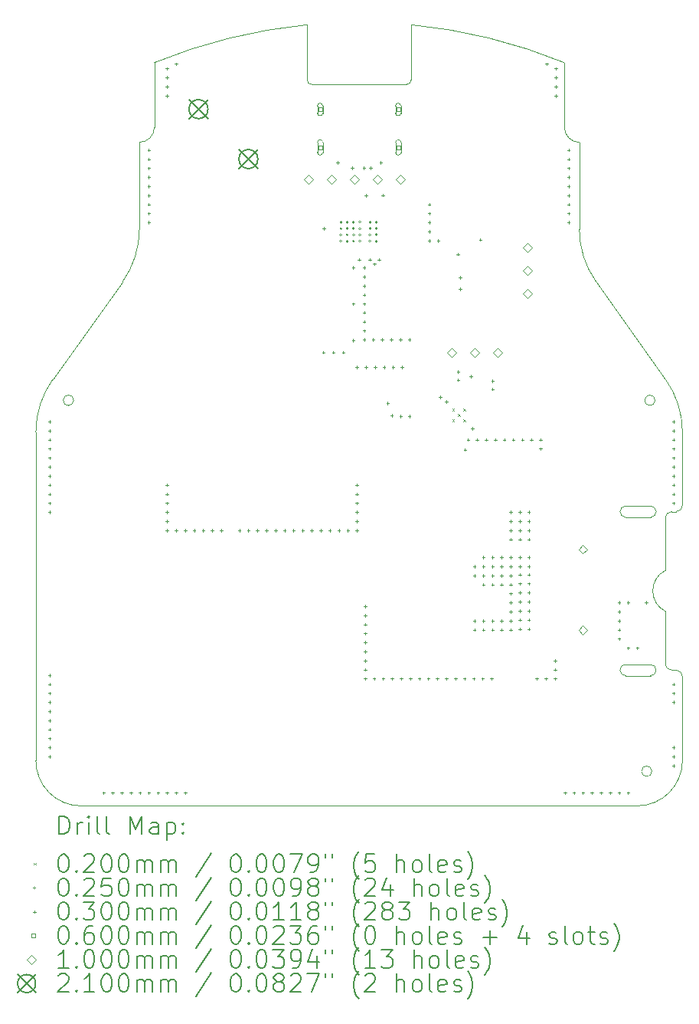
<source format=gbr>
%TF.GenerationSoftware,KiCad,Pcbnew,8.0.1*%
%TF.CreationDate,2024-05-09T01:50:10+08:00*%
%TF.ProjectId,BatteryPod,42617474-6572-4795-906f-642e6b696361,rev?*%
%TF.SameCoordinates,Original*%
%TF.FileFunction,Drillmap*%
%TF.FilePolarity,Positive*%
%FSLAX45Y45*%
G04 Gerber Fmt 4.5, Leading zero omitted, Abs format (unit mm)*
G04 Created by KiCad (PCBNEW 8.0.1) date 2024-05-09 01:50:10*
%MOMM*%
%LPD*%
G01*
G04 APERTURE LIST*
%ADD10C,0.050000*%
%ADD11C,0.200000*%
%ADD12C,0.100000*%
%ADD13C,0.210000*%
G04 APERTURE END LIST*
D10*
X14297600Y-10865000D02*
G75*
G02*
X14182400Y-10865000I-57600J0D01*
G01*
X14182400Y-10865000D02*
G75*
G02*
X14297600Y-10865000I57600J0D01*
G01*
X14262600Y-14962400D02*
G75*
G02*
X14147400Y-14962400I-57600J0D01*
G01*
X14147400Y-14962400D02*
G75*
G02*
X14262600Y-14962400I57600J0D01*
G01*
X7867600Y-10865000D02*
G75*
G02*
X7752400Y-10865000I-57600J0D01*
G01*
X7752400Y-10865000D02*
G75*
G02*
X7867600Y-10865000I57600J0D01*
G01*
X14247500Y-13907500D02*
X13972500Y-13907500D01*
X13972500Y-13782500D02*
X14247500Y-13782500D01*
X13972500Y-13907500D02*
G75*
G02*
X13910000Y-13845000I0J62500D01*
G01*
X14310000Y-13845000D02*
G75*
G02*
X14247500Y-13907500I-62500J0D01*
G01*
X13910000Y-13845000D02*
G75*
G02*
X13972500Y-13782500I62500J0D01*
G01*
X14247500Y-13782500D02*
G75*
G02*
X14310000Y-13845000I0J-62500D01*
G01*
X13972500Y-12032500D02*
X14247500Y-12032500D01*
X14247500Y-12157500D02*
X13972500Y-12157500D01*
X14247500Y-12032500D02*
G75*
G02*
X14310000Y-12095000I0J-62500D01*
G01*
X14310000Y-12095000D02*
G75*
G02*
X14247500Y-12157500I-62500J0D01*
G01*
X13910000Y-12095000D02*
G75*
G02*
X13972500Y-12032500I62500J0D01*
G01*
X13972500Y-12157500D02*
G75*
G02*
X13910000Y-12095000I0J62500D01*
G01*
X10500000Y-7375000D02*
G75*
G02*
X10450000Y-7325000I0J50000D01*
G01*
X14414421Y-10634538D02*
G75*
G02*
X14599998Y-11214813I-814421J-580272D01*
G01*
X7950000Y-15345000D02*
G75*
G02*
X7450000Y-14845000I0J500000D01*
G01*
X13295000Y-7135001D02*
X13295000Y-7850000D01*
X14410000Y-13195000D02*
G75*
G02*
X14410000Y-12745000I115000J225000D01*
G01*
X14480000Y-12095000D02*
X14530000Y-12095000D01*
X13460000Y-8015000D02*
X13460000Y-8975187D01*
X8760000Y-7850000D02*
X8760000Y-7135000D01*
X14410000Y-13195000D02*
X14410000Y-13775000D01*
X14410000Y-12165000D02*
G75*
G02*
X14480000Y-12095000I70000J0D01*
G01*
X14530000Y-13845000D02*
G75*
G02*
X14600000Y-13915000I0J-70000D01*
G01*
X8760000Y-7135000D02*
G75*
G02*
X10449906Y-6717025I2267510J-5542519D01*
G01*
X11600000Y-7325000D02*
X11600044Y-6716539D01*
X7450000Y-11215954D02*
G75*
G02*
X7636782Y-10633995I1000000J0D01*
G01*
X8760000Y-7850000D02*
G75*
G02*
X8595000Y-8015000I-165000J0D01*
G01*
X8595000Y-8974046D02*
G75*
G02*
X8408218Y-9556005I-1000000J0D01*
G01*
X13460000Y-8015000D02*
G75*
G02*
X13295000Y-7850000I0J165000D01*
G01*
X11600044Y-6716539D02*
G75*
G02*
X13295000Y-7135000I-572534J-5960921D01*
G01*
X10500000Y-7375000D02*
X11550000Y-7375000D01*
X14530000Y-13845000D02*
X14480000Y-13845000D01*
X14100000Y-15345000D02*
X7950000Y-15345000D01*
X7636782Y-10633995D02*
X8408209Y-9555999D01*
X14480000Y-13845000D02*
G75*
G02*
X14410000Y-13775000I0J70000D01*
G01*
X14600000Y-13915000D02*
X14600000Y-14845000D01*
X14600000Y-12025000D02*
G75*
G02*
X14530000Y-12095000I-70000J0D01*
G01*
X8595000Y-8974046D02*
X8595000Y-8015000D01*
X13645579Y-9555462D02*
X14414421Y-10634538D01*
X10449906Y-6717026D02*
X10450000Y-7325000D01*
X7450000Y-14845000D02*
X7450000Y-11215954D01*
X14600000Y-11214813D02*
X14600000Y-12025000D01*
X14410000Y-12165000D02*
X14410000Y-12745000D01*
X11600000Y-7325000D02*
G75*
G02*
X11550000Y-7375000I-50000J0D01*
G01*
X14600000Y-14845000D02*
G75*
G02*
X14100000Y-15345000I-500000J0D01*
G01*
X13645579Y-9555462D02*
G75*
G02*
X13460002Y-8975187I814421J580272D01*
G01*
D11*
D12*
X12057680Y-10957680D02*
X12077680Y-10977680D01*
X12077680Y-10957680D02*
X12057680Y-10977680D01*
X12057680Y-11077680D02*
X12077680Y-11097680D01*
X12077680Y-11077680D02*
X12057680Y-11097680D01*
X12117680Y-11017680D02*
X12137680Y-11037680D01*
X12137680Y-11017680D02*
X12117680Y-11037680D01*
X12177680Y-10957680D02*
X12197680Y-10977680D01*
X12197680Y-10957680D02*
X12177680Y-10977680D01*
X12177680Y-11077680D02*
X12197680Y-11097680D01*
X12197680Y-11077680D02*
X12177680Y-11097680D01*
X10835000Y-8897500D02*
G75*
G02*
X10810000Y-8897500I-12500J0D01*
G01*
X10810000Y-8897500D02*
G75*
G02*
X10835000Y-8897500I12500J0D01*
G01*
X10835000Y-8967500D02*
G75*
G02*
X10810000Y-8967500I-12500J0D01*
G01*
X10810000Y-8967500D02*
G75*
G02*
X10835000Y-8967500I12500J0D01*
G01*
X10835000Y-9037500D02*
G75*
G02*
X10810000Y-9037500I-12500J0D01*
G01*
X10810000Y-9037500D02*
G75*
G02*
X10835000Y-9037500I12500J0D01*
G01*
X10835000Y-9107500D02*
G75*
G02*
X10810000Y-9107500I-12500J0D01*
G01*
X10810000Y-9107500D02*
G75*
G02*
X10835000Y-9107500I12500J0D01*
G01*
X10905000Y-8897500D02*
G75*
G02*
X10880000Y-8897500I-12500J0D01*
G01*
X10880000Y-8897500D02*
G75*
G02*
X10905000Y-8897500I12500J0D01*
G01*
X10905000Y-8967500D02*
G75*
G02*
X10880000Y-8967500I-12500J0D01*
G01*
X10880000Y-8967500D02*
G75*
G02*
X10905000Y-8967500I12500J0D01*
G01*
X10905000Y-9037500D02*
G75*
G02*
X10880000Y-9037500I-12500J0D01*
G01*
X10880000Y-9037500D02*
G75*
G02*
X10905000Y-9037500I12500J0D01*
G01*
X10905000Y-9107500D02*
G75*
G02*
X10880000Y-9107500I-12500J0D01*
G01*
X10880000Y-9107500D02*
G75*
G02*
X10905000Y-9107500I12500J0D01*
G01*
X10975000Y-8897500D02*
G75*
G02*
X10950000Y-8897500I-12500J0D01*
G01*
X10950000Y-8897500D02*
G75*
G02*
X10975000Y-8897500I12500J0D01*
G01*
X10975000Y-8967500D02*
G75*
G02*
X10950000Y-8967500I-12500J0D01*
G01*
X10950000Y-8967500D02*
G75*
G02*
X10975000Y-8967500I12500J0D01*
G01*
X10975000Y-9037500D02*
G75*
G02*
X10950000Y-9037500I-12500J0D01*
G01*
X10950000Y-9037500D02*
G75*
G02*
X10975000Y-9037500I12500J0D01*
G01*
X10975000Y-9107500D02*
G75*
G02*
X10950000Y-9107500I-12500J0D01*
G01*
X10950000Y-9107500D02*
G75*
G02*
X10975000Y-9107500I12500J0D01*
G01*
X11045000Y-8897500D02*
G75*
G02*
X11020000Y-8897500I-12500J0D01*
G01*
X11020000Y-8897500D02*
G75*
G02*
X11045000Y-8897500I12500J0D01*
G01*
X11045000Y-8967500D02*
G75*
G02*
X11020000Y-8967500I-12500J0D01*
G01*
X11020000Y-8967500D02*
G75*
G02*
X11045000Y-8967500I12500J0D01*
G01*
X11045000Y-9037500D02*
G75*
G02*
X11020000Y-9037500I-12500J0D01*
G01*
X11020000Y-9037500D02*
G75*
G02*
X11045000Y-9037500I12500J0D01*
G01*
X11045000Y-9107500D02*
G75*
G02*
X11020000Y-9107500I-12500J0D01*
G01*
X11020000Y-9107500D02*
G75*
G02*
X11045000Y-9107500I12500J0D01*
G01*
X11157500Y-8897500D02*
G75*
G02*
X11132500Y-8897500I-12500J0D01*
G01*
X11132500Y-8897500D02*
G75*
G02*
X11157500Y-8897500I12500J0D01*
G01*
X11157500Y-8967500D02*
G75*
G02*
X11132500Y-8967500I-12500J0D01*
G01*
X11132500Y-8967500D02*
G75*
G02*
X11157500Y-8967500I12500J0D01*
G01*
X11157500Y-9037500D02*
G75*
G02*
X11132500Y-9037500I-12500J0D01*
G01*
X11132500Y-9037500D02*
G75*
G02*
X11157500Y-9037500I12500J0D01*
G01*
X11157500Y-9107500D02*
G75*
G02*
X11132500Y-9107500I-12500J0D01*
G01*
X11132500Y-9107500D02*
G75*
G02*
X11157500Y-9107500I12500J0D01*
G01*
X11227500Y-8897500D02*
G75*
G02*
X11202500Y-8897500I-12500J0D01*
G01*
X11202500Y-8897500D02*
G75*
G02*
X11227500Y-8897500I12500J0D01*
G01*
X11227500Y-8967500D02*
G75*
G02*
X11202500Y-8967500I-12500J0D01*
G01*
X11202500Y-8967500D02*
G75*
G02*
X11227500Y-8967500I12500J0D01*
G01*
X11227500Y-9037500D02*
G75*
G02*
X11202500Y-9037500I-12500J0D01*
G01*
X11202500Y-9037500D02*
G75*
G02*
X11227500Y-9037500I12500J0D01*
G01*
X11227500Y-9107500D02*
G75*
G02*
X11202500Y-9107500I-12500J0D01*
G01*
X11202500Y-9107500D02*
G75*
G02*
X11227500Y-9107500I12500J0D01*
G01*
X7600000Y-11085000D02*
X7600000Y-11115000D01*
X7585000Y-11100000D02*
X7615000Y-11100000D01*
X7600000Y-11185000D02*
X7600000Y-11215000D01*
X7585000Y-11200000D02*
X7615000Y-11200000D01*
X7600000Y-11285000D02*
X7600000Y-11315000D01*
X7585000Y-11300000D02*
X7615000Y-11300000D01*
X7600000Y-11385000D02*
X7600000Y-11415000D01*
X7585000Y-11400000D02*
X7615000Y-11400000D01*
X7600000Y-11485000D02*
X7600000Y-11515000D01*
X7585000Y-11500000D02*
X7615000Y-11500000D01*
X7600000Y-11585000D02*
X7600000Y-11615000D01*
X7585000Y-11600000D02*
X7615000Y-11600000D01*
X7600000Y-11685000D02*
X7600000Y-11715000D01*
X7585000Y-11700000D02*
X7615000Y-11700000D01*
X7600000Y-11785000D02*
X7600000Y-11815000D01*
X7585000Y-11800000D02*
X7615000Y-11800000D01*
X7600000Y-11885000D02*
X7600000Y-11915000D01*
X7585000Y-11900000D02*
X7615000Y-11900000D01*
X7600000Y-11985000D02*
X7600000Y-12015000D01*
X7585000Y-12000000D02*
X7615000Y-12000000D01*
X7600000Y-12085000D02*
X7600000Y-12115000D01*
X7585000Y-12100000D02*
X7615000Y-12100000D01*
X7600000Y-13885000D02*
X7600000Y-13915000D01*
X7585000Y-13900000D02*
X7615000Y-13900000D01*
X7600000Y-13985000D02*
X7600000Y-14015000D01*
X7585000Y-14000000D02*
X7615000Y-14000000D01*
X7600000Y-14085000D02*
X7600000Y-14115000D01*
X7585000Y-14100000D02*
X7615000Y-14100000D01*
X7600000Y-14185000D02*
X7600000Y-14215000D01*
X7585000Y-14200000D02*
X7615000Y-14200000D01*
X7600000Y-14285000D02*
X7600000Y-14315000D01*
X7585000Y-14300000D02*
X7615000Y-14300000D01*
X7600000Y-14385000D02*
X7600000Y-14415000D01*
X7585000Y-14400000D02*
X7615000Y-14400000D01*
X7600000Y-14485000D02*
X7600000Y-14515000D01*
X7585000Y-14500000D02*
X7615000Y-14500000D01*
X7600000Y-14585000D02*
X7600000Y-14615000D01*
X7585000Y-14600000D02*
X7615000Y-14600000D01*
X7600000Y-14685000D02*
X7600000Y-14715000D01*
X7585000Y-14700000D02*
X7615000Y-14700000D01*
X7600000Y-14785000D02*
X7600000Y-14815000D01*
X7585000Y-14800000D02*
X7615000Y-14800000D01*
X8200000Y-15185000D02*
X8200000Y-15215000D01*
X8185000Y-15200000D02*
X8215000Y-15200000D01*
X8300000Y-15185000D02*
X8300000Y-15215000D01*
X8285000Y-15200000D02*
X8315000Y-15200000D01*
X8400000Y-15185000D02*
X8400000Y-15215000D01*
X8385000Y-15200000D02*
X8415000Y-15200000D01*
X8500000Y-15185000D02*
X8500000Y-15215000D01*
X8485000Y-15200000D02*
X8515000Y-15200000D01*
X8600000Y-15185000D02*
X8600000Y-15215000D01*
X8585000Y-15200000D02*
X8615000Y-15200000D01*
X8700000Y-8085000D02*
X8700000Y-8115000D01*
X8685000Y-8100000D02*
X8715000Y-8100000D01*
X8700000Y-8185000D02*
X8700000Y-8215000D01*
X8685000Y-8200000D02*
X8715000Y-8200000D01*
X8700000Y-8285000D02*
X8700000Y-8315000D01*
X8685000Y-8300000D02*
X8715000Y-8300000D01*
X8700000Y-8385000D02*
X8700000Y-8415000D01*
X8685000Y-8400000D02*
X8715000Y-8400000D01*
X8700000Y-8485000D02*
X8700000Y-8515000D01*
X8685000Y-8500000D02*
X8715000Y-8500000D01*
X8700000Y-8585000D02*
X8700000Y-8615000D01*
X8685000Y-8600000D02*
X8715000Y-8600000D01*
X8700000Y-8685000D02*
X8700000Y-8715000D01*
X8685000Y-8700000D02*
X8715000Y-8700000D01*
X8700000Y-8785000D02*
X8700000Y-8815000D01*
X8685000Y-8800000D02*
X8715000Y-8800000D01*
X8700000Y-8885000D02*
X8700000Y-8915000D01*
X8685000Y-8900000D02*
X8715000Y-8900000D01*
X8700000Y-15185000D02*
X8700000Y-15215000D01*
X8685000Y-15200000D02*
X8715000Y-15200000D01*
X8800000Y-15185000D02*
X8800000Y-15215000D01*
X8785000Y-15200000D02*
X8815000Y-15200000D01*
X8900000Y-7185000D02*
X8900000Y-7215000D01*
X8885000Y-7200000D02*
X8915000Y-7200000D01*
X8900000Y-7285000D02*
X8900000Y-7315000D01*
X8885000Y-7300000D02*
X8915000Y-7300000D01*
X8900000Y-7385000D02*
X8900000Y-7415000D01*
X8885000Y-7400000D02*
X8915000Y-7400000D01*
X8900000Y-7485000D02*
X8900000Y-7515000D01*
X8885000Y-7500000D02*
X8915000Y-7500000D01*
X8900000Y-11785000D02*
X8900000Y-11815000D01*
X8885000Y-11800000D02*
X8915000Y-11800000D01*
X8900000Y-11885000D02*
X8900000Y-11915000D01*
X8885000Y-11900000D02*
X8915000Y-11900000D01*
X8900000Y-11985000D02*
X8900000Y-12015000D01*
X8885000Y-12000000D02*
X8915000Y-12000000D01*
X8900000Y-12085000D02*
X8900000Y-12115000D01*
X8885000Y-12100000D02*
X8915000Y-12100000D01*
X8900000Y-12185000D02*
X8900000Y-12215000D01*
X8885000Y-12200000D02*
X8915000Y-12200000D01*
X8900000Y-12285000D02*
X8900000Y-12315000D01*
X8885000Y-12300000D02*
X8915000Y-12300000D01*
X8900000Y-15185000D02*
X8900000Y-15215000D01*
X8885000Y-15200000D02*
X8915000Y-15200000D01*
X9000000Y-7135000D02*
X9000000Y-7165000D01*
X8985000Y-7150000D02*
X9015000Y-7150000D01*
X9000000Y-12285000D02*
X9000000Y-12315000D01*
X8985000Y-12300000D02*
X9015000Y-12300000D01*
X9000000Y-15185000D02*
X9000000Y-15215000D01*
X8985000Y-15200000D02*
X9015000Y-15200000D01*
X9100000Y-12285000D02*
X9100000Y-12315000D01*
X9085000Y-12300000D02*
X9115000Y-12300000D01*
X9100000Y-15185000D02*
X9100000Y-15215000D01*
X9085000Y-15200000D02*
X9115000Y-15200000D01*
X9200000Y-12285000D02*
X9200000Y-12315000D01*
X9185000Y-12300000D02*
X9215000Y-12300000D01*
X9300000Y-12285000D02*
X9300000Y-12315000D01*
X9285000Y-12300000D02*
X9315000Y-12300000D01*
X9400000Y-12285000D02*
X9400000Y-12315000D01*
X9385000Y-12300000D02*
X9415000Y-12300000D01*
X9500000Y-12285000D02*
X9500000Y-12315000D01*
X9485000Y-12300000D02*
X9515000Y-12300000D01*
X9700000Y-12285000D02*
X9700000Y-12315000D01*
X9685000Y-12300000D02*
X9715000Y-12300000D01*
X9800000Y-12285000D02*
X9800000Y-12315000D01*
X9785000Y-12300000D02*
X9815000Y-12300000D01*
X9900000Y-12285000D02*
X9900000Y-12315000D01*
X9885000Y-12300000D02*
X9915000Y-12300000D01*
X10000000Y-12285000D02*
X10000000Y-12315000D01*
X9985000Y-12300000D02*
X10015000Y-12300000D01*
X10100000Y-12285000D02*
X10100000Y-12315000D01*
X10085000Y-12300000D02*
X10115000Y-12300000D01*
X10200000Y-12285000D02*
X10200000Y-12315000D01*
X10185000Y-12300000D02*
X10215000Y-12300000D01*
X10300000Y-12285000D02*
X10300000Y-12315000D01*
X10285000Y-12300000D02*
X10315000Y-12300000D01*
X10400000Y-12285000D02*
X10400000Y-12315000D01*
X10385000Y-12300000D02*
X10415000Y-12300000D01*
X10500000Y-12285000D02*
X10500000Y-12315000D01*
X10485000Y-12300000D02*
X10515000Y-12300000D01*
X10600000Y-12285000D02*
X10600000Y-12315000D01*
X10585000Y-12300000D02*
X10615000Y-12300000D01*
X10630000Y-10320000D02*
X10630000Y-10350000D01*
X10615000Y-10335000D02*
X10645000Y-10335000D01*
X10635000Y-8950000D02*
X10635000Y-8980000D01*
X10620000Y-8965000D02*
X10650000Y-8965000D01*
X10700000Y-12285000D02*
X10700000Y-12315000D01*
X10685000Y-12300000D02*
X10715000Y-12300000D01*
X10740000Y-10320000D02*
X10740000Y-10350000D01*
X10725000Y-10335000D02*
X10755000Y-10335000D01*
X10785000Y-8221000D02*
X10785000Y-8251000D01*
X10770000Y-8236000D02*
X10800000Y-8236000D01*
X10800000Y-12285000D02*
X10800000Y-12315000D01*
X10785000Y-12300000D02*
X10815000Y-12300000D01*
X10850000Y-10320000D02*
X10850000Y-10350000D01*
X10835000Y-10335000D02*
X10865000Y-10335000D01*
X10900000Y-12285000D02*
X10900000Y-12315000D01*
X10885000Y-12300000D02*
X10915000Y-12300000D01*
X10949800Y-8280200D02*
X10949800Y-8310200D01*
X10934800Y-8295200D02*
X10964800Y-8295200D01*
X10960000Y-9385000D02*
X10960000Y-9415000D01*
X10945000Y-9400000D02*
X10975000Y-9400000D01*
X10960000Y-9785000D02*
X10960000Y-9815000D01*
X10945000Y-9800000D02*
X10975000Y-9800000D01*
X10960000Y-10185000D02*
X10960000Y-10215000D01*
X10945000Y-10200000D02*
X10975000Y-10200000D01*
X11000000Y-10485000D02*
X11000000Y-10515000D01*
X10985000Y-10500000D02*
X11015000Y-10500000D01*
X11000000Y-11785000D02*
X11000000Y-11815000D01*
X10985000Y-11800000D02*
X11015000Y-11800000D01*
X11000000Y-11885000D02*
X11000000Y-11915000D01*
X10985000Y-11900000D02*
X11015000Y-11900000D01*
X11000000Y-11985000D02*
X11000000Y-12015000D01*
X10985000Y-12000000D02*
X11015000Y-12000000D01*
X11000000Y-12085000D02*
X11000000Y-12115000D01*
X10985000Y-12100000D02*
X11015000Y-12100000D01*
X11000000Y-12185000D02*
X11000000Y-12215000D01*
X10985000Y-12200000D02*
X11015000Y-12200000D01*
X11000000Y-12285000D02*
X11000000Y-12315000D01*
X10985000Y-12300000D02*
X11015000Y-12300000D01*
X11025000Y-9295200D02*
X11025000Y-9325200D01*
X11010000Y-9310200D02*
X11040000Y-9310200D01*
X11077485Y-8280485D02*
X11077485Y-8310485D01*
X11062485Y-8295485D02*
X11092485Y-8295485D01*
X11080000Y-9385000D02*
X11080000Y-9415000D01*
X11065000Y-9400000D02*
X11095000Y-9400000D01*
X11080000Y-9485000D02*
X11080000Y-9515000D01*
X11065000Y-9500000D02*
X11095000Y-9500000D01*
X11080000Y-9585000D02*
X11080000Y-9615000D01*
X11065000Y-9600000D02*
X11095000Y-9600000D01*
X11080000Y-9685000D02*
X11080000Y-9715000D01*
X11065000Y-9700000D02*
X11095000Y-9700000D01*
X11080000Y-9785000D02*
X11080000Y-9815000D01*
X11065000Y-9800000D02*
X11095000Y-9800000D01*
X11080000Y-9880000D02*
X11080000Y-9910000D01*
X11065000Y-9895000D02*
X11095000Y-9895000D01*
X11080000Y-9980000D02*
X11080000Y-10010000D01*
X11065000Y-9995000D02*
X11095000Y-9995000D01*
X11080000Y-10080000D02*
X11080000Y-10110000D01*
X11065000Y-10095000D02*
X11095000Y-10095000D01*
X11080000Y-10180000D02*
X11080000Y-10210000D01*
X11065000Y-10195000D02*
X11095000Y-10195000D01*
X11090000Y-13125000D02*
X11090000Y-13155000D01*
X11075000Y-13140000D02*
X11105000Y-13140000D01*
X11090000Y-13225000D02*
X11090000Y-13255000D01*
X11075000Y-13240000D02*
X11105000Y-13240000D01*
X11090000Y-13325000D02*
X11090000Y-13355000D01*
X11075000Y-13340000D02*
X11105000Y-13340000D01*
X11090000Y-13425000D02*
X11090000Y-13455000D01*
X11075000Y-13440000D02*
X11105000Y-13440000D01*
X11090000Y-13525000D02*
X11090000Y-13555000D01*
X11075000Y-13540000D02*
X11105000Y-13540000D01*
X11090000Y-13625000D02*
X11090000Y-13655000D01*
X11075000Y-13640000D02*
X11105000Y-13640000D01*
X11090000Y-13725000D02*
X11090000Y-13755000D01*
X11075000Y-13740000D02*
X11105000Y-13740000D01*
X11090000Y-13825000D02*
X11090000Y-13855000D01*
X11075000Y-13840000D02*
X11105000Y-13840000D01*
X11090000Y-13925000D02*
X11090000Y-13955000D01*
X11075000Y-13940000D02*
X11105000Y-13940000D01*
X11100000Y-10485000D02*
X11100000Y-10515000D01*
X11085000Y-10500000D02*
X11115000Y-10500000D01*
X11100500Y-8587000D02*
X11100500Y-8617000D01*
X11085500Y-8602000D02*
X11115500Y-8602000D01*
X11145000Y-9295200D02*
X11145000Y-9325200D01*
X11130000Y-9310200D02*
X11160000Y-9310200D01*
X11150247Y-8282253D02*
X11150247Y-8312253D01*
X11135247Y-8297253D02*
X11165247Y-8297253D01*
X11180000Y-10180000D02*
X11180000Y-10210000D01*
X11165000Y-10195000D02*
X11195000Y-10195000D01*
X11190000Y-13925000D02*
X11190000Y-13955000D01*
X11175000Y-13940000D02*
X11205000Y-13940000D01*
X11195200Y-9344800D02*
X11195200Y-9374800D01*
X11180200Y-9359800D02*
X11210200Y-9359800D01*
X11200000Y-10485000D02*
X11200000Y-10515000D01*
X11185000Y-10500000D02*
X11215000Y-10500000D01*
X11245400Y-9295200D02*
X11245400Y-9325200D01*
X11230400Y-9310200D02*
X11260400Y-9310200D01*
X11265000Y-8223500D02*
X11265000Y-8253500D01*
X11250000Y-8238500D02*
X11280000Y-8238500D01*
X11280000Y-10180000D02*
X11280000Y-10210000D01*
X11265000Y-10195000D02*
X11295000Y-10195000D01*
X11286680Y-8583180D02*
X11286680Y-8613180D01*
X11271680Y-8598180D02*
X11301680Y-8598180D01*
X11290000Y-13925000D02*
X11290000Y-13955000D01*
X11275000Y-13940000D02*
X11305000Y-13940000D01*
X11300000Y-10485000D02*
X11300000Y-10515000D01*
X11285000Y-10500000D02*
X11315000Y-10500000D01*
X11340000Y-10880000D02*
X11340000Y-10910000D01*
X11325000Y-10895000D02*
X11355000Y-10895000D01*
X11380000Y-10180000D02*
X11380000Y-10210000D01*
X11365000Y-10195000D02*
X11395000Y-10195000D01*
X11385000Y-11015000D02*
X11385000Y-11045000D01*
X11370000Y-11030000D02*
X11400000Y-11030000D01*
X11390000Y-13925000D02*
X11390000Y-13955000D01*
X11375000Y-13940000D02*
X11405000Y-13940000D01*
X11400000Y-10485000D02*
X11400000Y-10515000D01*
X11385000Y-10500000D02*
X11415000Y-10500000D01*
X11480000Y-10180000D02*
X11480000Y-10210000D01*
X11465000Y-10195000D02*
X11495000Y-10195000D01*
X11484774Y-11025200D02*
X11484774Y-11055200D01*
X11469774Y-11040200D02*
X11499774Y-11040200D01*
X11490000Y-13925000D02*
X11490000Y-13955000D01*
X11475000Y-13940000D02*
X11505000Y-13940000D01*
X11500000Y-10485000D02*
X11500000Y-10515000D01*
X11485000Y-10500000D02*
X11515000Y-10500000D01*
X11580000Y-10180000D02*
X11580000Y-10210000D01*
X11565000Y-10195000D02*
X11595000Y-10195000D01*
X11580000Y-11025000D02*
X11580000Y-11055000D01*
X11565000Y-11040000D02*
X11595000Y-11040000D01*
X11590000Y-13925000D02*
X11590000Y-13955000D01*
X11575000Y-13940000D02*
X11605000Y-13940000D01*
X11690000Y-13925000D02*
X11690000Y-13955000D01*
X11675000Y-13940000D02*
X11705000Y-13940000D01*
X11790000Y-13925000D02*
X11790000Y-13955000D01*
X11775000Y-13940000D02*
X11805000Y-13940000D01*
X11800000Y-8685000D02*
X11800000Y-8715000D01*
X11785000Y-8700000D02*
X11815000Y-8700000D01*
X11800000Y-8785000D02*
X11800000Y-8815000D01*
X11785000Y-8800000D02*
X11815000Y-8800000D01*
X11800000Y-8885000D02*
X11800000Y-8915000D01*
X11785000Y-8900000D02*
X11815000Y-8900000D01*
X11800000Y-8985000D02*
X11800000Y-9015000D01*
X11785000Y-9000000D02*
X11815000Y-9000000D01*
X11800000Y-9085000D02*
X11800000Y-9115000D01*
X11785000Y-9100000D02*
X11815000Y-9100000D01*
X11890000Y-13925000D02*
X11890000Y-13955000D01*
X11875000Y-13940000D02*
X11905000Y-13940000D01*
X11900000Y-9085000D02*
X11900000Y-9115000D01*
X11885000Y-9100000D02*
X11915000Y-9100000D01*
X11920000Y-10815000D02*
X11920000Y-10845000D01*
X11905000Y-10830000D02*
X11935000Y-10830000D01*
X11990000Y-10865000D02*
X11990000Y-10895000D01*
X11975000Y-10880000D02*
X12005000Y-10880000D01*
X11990000Y-13925000D02*
X11990000Y-13955000D01*
X11975000Y-13940000D02*
X12005000Y-13940000D01*
X12090000Y-13925000D02*
X12090000Y-13955000D01*
X12075000Y-13940000D02*
X12105000Y-13940000D01*
X12115000Y-9235000D02*
X12115000Y-9265000D01*
X12100000Y-9250000D02*
X12130000Y-9250000D01*
X12120000Y-10535000D02*
X12120000Y-10565000D01*
X12105000Y-10550000D02*
X12135000Y-10550000D01*
X12120000Y-10625000D02*
X12120000Y-10655000D01*
X12105000Y-10640000D02*
X12135000Y-10640000D01*
X12140000Y-9495000D02*
X12140000Y-9525000D01*
X12125000Y-9510000D02*
X12155000Y-9510000D01*
X12140000Y-9620000D02*
X12140000Y-9650000D01*
X12125000Y-9635000D02*
X12155000Y-9635000D01*
X12190000Y-13925000D02*
X12190000Y-13955000D01*
X12175000Y-13940000D02*
X12205000Y-13940000D01*
X12195000Y-11395000D02*
X12195000Y-11425000D01*
X12180000Y-11410000D02*
X12210000Y-11410000D01*
X12230000Y-11285000D02*
X12230000Y-11315000D01*
X12215000Y-11300000D02*
X12245000Y-11300000D01*
X12260000Y-10585000D02*
X12260000Y-10615000D01*
X12245000Y-10600000D02*
X12275000Y-10600000D01*
X12275000Y-11160000D02*
X12275000Y-11190000D01*
X12260000Y-11175000D02*
X12290000Y-11175000D01*
X12290000Y-13925000D02*
X12290000Y-13955000D01*
X12275000Y-13940000D02*
X12305000Y-13940000D01*
X12300000Y-12685000D02*
X12300000Y-12715000D01*
X12285000Y-12700000D02*
X12315000Y-12700000D01*
X12300000Y-12785000D02*
X12300000Y-12815000D01*
X12285000Y-12800000D02*
X12315000Y-12800000D01*
X12300000Y-13285000D02*
X12300000Y-13315000D01*
X12285000Y-13300000D02*
X12315000Y-13300000D01*
X12300000Y-13385000D02*
X12300000Y-13415000D01*
X12285000Y-13400000D02*
X12315000Y-13400000D01*
X12330000Y-11285000D02*
X12330000Y-11315000D01*
X12315000Y-11300000D02*
X12345000Y-11300000D01*
X12365000Y-9075000D02*
X12365000Y-9105000D01*
X12350000Y-9090000D02*
X12380000Y-9090000D01*
X12390000Y-13925000D02*
X12390000Y-13955000D01*
X12375000Y-13940000D02*
X12405000Y-13940000D01*
X12400000Y-12585000D02*
X12400000Y-12615000D01*
X12385000Y-12600000D02*
X12415000Y-12600000D01*
X12400000Y-12685000D02*
X12400000Y-12715000D01*
X12385000Y-12700000D02*
X12415000Y-12700000D01*
X12400000Y-12785000D02*
X12400000Y-12815000D01*
X12385000Y-12800000D02*
X12415000Y-12800000D01*
X12400000Y-12885000D02*
X12400000Y-12915000D01*
X12385000Y-12900000D02*
X12415000Y-12900000D01*
X12400000Y-13285000D02*
X12400000Y-13315000D01*
X12385000Y-13300000D02*
X12415000Y-13300000D01*
X12400000Y-13385000D02*
X12400000Y-13415000D01*
X12385000Y-13400000D02*
X12415000Y-13400000D01*
X12430000Y-11285000D02*
X12430000Y-11315000D01*
X12415000Y-11300000D02*
X12445000Y-11300000D01*
X12490000Y-13925000D02*
X12490000Y-13955000D01*
X12475000Y-13940000D02*
X12505000Y-13940000D01*
X12500000Y-10635000D02*
X12500000Y-10665000D01*
X12485000Y-10650000D02*
X12515000Y-10650000D01*
X12500000Y-10725000D02*
X12500000Y-10755000D01*
X12485000Y-10740000D02*
X12515000Y-10740000D01*
X12500000Y-12585000D02*
X12500000Y-12615000D01*
X12485000Y-12600000D02*
X12515000Y-12600000D01*
X12500000Y-12685000D02*
X12500000Y-12715000D01*
X12485000Y-12700000D02*
X12515000Y-12700000D01*
X12500000Y-12785000D02*
X12500000Y-12815000D01*
X12485000Y-12800000D02*
X12515000Y-12800000D01*
X12500000Y-12885000D02*
X12500000Y-12915000D01*
X12485000Y-12900000D02*
X12515000Y-12900000D01*
X12500000Y-13285000D02*
X12500000Y-13315000D01*
X12485000Y-13300000D02*
X12515000Y-13300000D01*
X12500000Y-13385000D02*
X12500000Y-13415000D01*
X12485000Y-13400000D02*
X12515000Y-13400000D01*
X12530000Y-11285000D02*
X12530000Y-11315000D01*
X12515000Y-11300000D02*
X12545000Y-11300000D01*
X12600000Y-12585000D02*
X12600000Y-12615000D01*
X12585000Y-12600000D02*
X12615000Y-12600000D01*
X12600000Y-12685000D02*
X12600000Y-12715000D01*
X12585000Y-12700000D02*
X12615000Y-12700000D01*
X12600000Y-12785000D02*
X12600000Y-12815000D01*
X12585000Y-12800000D02*
X12615000Y-12800000D01*
X12600000Y-12885000D02*
X12600000Y-12915000D01*
X12585000Y-12900000D02*
X12615000Y-12900000D01*
X12600000Y-13285000D02*
X12600000Y-13315000D01*
X12585000Y-13300000D02*
X12615000Y-13300000D01*
X12600000Y-13385000D02*
X12600000Y-13415000D01*
X12585000Y-13400000D02*
X12615000Y-13400000D01*
X12630000Y-11285000D02*
X12630000Y-11315000D01*
X12615000Y-11300000D02*
X12645000Y-11300000D01*
X12700000Y-12085000D02*
X12700000Y-12115000D01*
X12685000Y-12100000D02*
X12715000Y-12100000D01*
X12700000Y-12185000D02*
X12700000Y-12215000D01*
X12685000Y-12200000D02*
X12715000Y-12200000D01*
X12700000Y-12285000D02*
X12700000Y-12315000D01*
X12685000Y-12300000D02*
X12715000Y-12300000D01*
X12700000Y-12385000D02*
X12700000Y-12415000D01*
X12685000Y-12400000D02*
X12715000Y-12400000D01*
X12700000Y-12585000D02*
X12700000Y-12615000D01*
X12685000Y-12600000D02*
X12715000Y-12600000D01*
X12700000Y-12685000D02*
X12700000Y-12715000D01*
X12685000Y-12700000D02*
X12715000Y-12700000D01*
X12700000Y-12785000D02*
X12700000Y-12815000D01*
X12685000Y-12800000D02*
X12715000Y-12800000D01*
X12700000Y-12885000D02*
X12700000Y-12915000D01*
X12685000Y-12900000D02*
X12715000Y-12900000D01*
X12700000Y-12985000D02*
X12700000Y-13015000D01*
X12685000Y-13000000D02*
X12715000Y-13000000D01*
X12700000Y-13085000D02*
X12700000Y-13115000D01*
X12685000Y-13100000D02*
X12715000Y-13100000D01*
X12700000Y-13185000D02*
X12700000Y-13215000D01*
X12685000Y-13200000D02*
X12715000Y-13200000D01*
X12700000Y-13285000D02*
X12700000Y-13315000D01*
X12685000Y-13300000D02*
X12715000Y-13300000D01*
X12700000Y-13385000D02*
X12700000Y-13415000D01*
X12685000Y-13400000D02*
X12715000Y-13400000D01*
X12730000Y-11285000D02*
X12730000Y-11315000D01*
X12715000Y-11300000D02*
X12745000Y-11300000D01*
X12800000Y-12085000D02*
X12800000Y-12115000D01*
X12785000Y-12100000D02*
X12815000Y-12100000D01*
X12800000Y-12185000D02*
X12800000Y-12215000D01*
X12785000Y-12200000D02*
X12815000Y-12200000D01*
X12800000Y-12285000D02*
X12800000Y-12315000D01*
X12785000Y-12300000D02*
X12815000Y-12300000D01*
X12800000Y-12385000D02*
X12800000Y-12415000D01*
X12785000Y-12400000D02*
X12815000Y-12400000D01*
X12800000Y-12585000D02*
X12800000Y-12615000D01*
X12785000Y-12600000D02*
X12815000Y-12600000D01*
X12800000Y-12685000D02*
X12800000Y-12715000D01*
X12785000Y-12700000D02*
X12815000Y-12700000D01*
X12800000Y-12775000D02*
X12800000Y-12805000D01*
X12785000Y-12790000D02*
X12815000Y-12790000D01*
X12800000Y-12875000D02*
X12800000Y-12905000D01*
X12785000Y-12890000D02*
X12815000Y-12890000D01*
X12800000Y-12975000D02*
X12800000Y-13005000D01*
X12785000Y-12990000D02*
X12815000Y-12990000D01*
X12800000Y-13075000D02*
X12800000Y-13105000D01*
X12785000Y-13090000D02*
X12815000Y-13090000D01*
X12800000Y-13175000D02*
X12800000Y-13205000D01*
X12785000Y-13190000D02*
X12815000Y-13190000D01*
X12800000Y-13275000D02*
X12800000Y-13305000D01*
X12785000Y-13290000D02*
X12815000Y-13290000D01*
X12800000Y-13375000D02*
X12800000Y-13405000D01*
X12785000Y-13390000D02*
X12815000Y-13390000D01*
X12830000Y-11285000D02*
X12830000Y-11315000D01*
X12815000Y-11300000D02*
X12845000Y-11300000D01*
X12900000Y-12085000D02*
X12900000Y-12115000D01*
X12885000Y-12100000D02*
X12915000Y-12100000D01*
X12900000Y-12185000D02*
X12900000Y-12215000D01*
X12885000Y-12200000D02*
X12915000Y-12200000D01*
X12900000Y-12285000D02*
X12900000Y-12315000D01*
X12885000Y-12300000D02*
X12915000Y-12300000D01*
X12900000Y-12385000D02*
X12900000Y-12415000D01*
X12885000Y-12400000D02*
X12915000Y-12400000D01*
X12900000Y-12585000D02*
X12900000Y-12615000D01*
X12885000Y-12600000D02*
X12915000Y-12600000D01*
X12900000Y-12685000D02*
X12900000Y-12715000D01*
X12885000Y-12700000D02*
X12915000Y-12700000D01*
X12900000Y-12775000D02*
X12900000Y-12805000D01*
X12885000Y-12790000D02*
X12915000Y-12790000D01*
X12900000Y-12875000D02*
X12900000Y-12905000D01*
X12885000Y-12890000D02*
X12915000Y-12890000D01*
X12900000Y-12975000D02*
X12900000Y-13005000D01*
X12885000Y-12990000D02*
X12915000Y-12990000D01*
X12900000Y-13075000D02*
X12900000Y-13105000D01*
X12885000Y-13090000D02*
X12915000Y-13090000D01*
X12900000Y-13175000D02*
X12900000Y-13205000D01*
X12885000Y-13190000D02*
X12915000Y-13190000D01*
X12900000Y-13275000D02*
X12900000Y-13305000D01*
X12885000Y-13290000D02*
X12915000Y-13290000D01*
X12900000Y-13375000D02*
X12900000Y-13405000D01*
X12885000Y-13390000D02*
X12915000Y-13390000D01*
X12930000Y-11285000D02*
X12930000Y-11315000D01*
X12915000Y-11300000D02*
X12945000Y-11300000D01*
X12990000Y-13925000D02*
X12990000Y-13955000D01*
X12975000Y-13940000D02*
X13005000Y-13940000D01*
X13030000Y-11285000D02*
X13030000Y-11315000D01*
X13015000Y-11300000D02*
X13045000Y-11300000D01*
X13030000Y-11385000D02*
X13030000Y-11415000D01*
X13015000Y-11400000D02*
X13045000Y-11400000D01*
X13090000Y-13925000D02*
X13090000Y-13955000D01*
X13075000Y-13940000D02*
X13105000Y-13940000D01*
X13100000Y-7135000D02*
X13100000Y-7165000D01*
X13085000Y-7150000D02*
X13115000Y-7150000D01*
X13190000Y-13725000D02*
X13190000Y-13755000D01*
X13175000Y-13740000D02*
X13205000Y-13740000D01*
X13190000Y-13825000D02*
X13190000Y-13855000D01*
X13175000Y-13840000D02*
X13205000Y-13840000D01*
X13190000Y-13925000D02*
X13190000Y-13955000D01*
X13175000Y-13940000D02*
X13205000Y-13940000D01*
X13200000Y-7185000D02*
X13200000Y-7215000D01*
X13185000Y-7200000D02*
X13215000Y-7200000D01*
X13200000Y-7285000D02*
X13200000Y-7315000D01*
X13185000Y-7300000D02*
X13215000Y-7300000D01*
X13200000Y-7385000D02*
X13200000Y-7415000D01*
X13185000Y-7400000D02*
X13215000Y-7400000D01*
X13200000Y-7485000D02*
X13200000Y-7515000D01*
X13185000Y-7500000D02*
X13215000Y-7500000D01*
X13300000Y-15185000D02*
X13300000Y-15215000D01*
X13285000Y-15200000D02*
X13315000Y-15200000D01*
X13340000Y-8085000D02*
X13340000Y-8115000D01*
X13325000Y-8100000D02*
X13355000Y-8100000D01*
X13340000Y-8185000D02*
X13340000Y-8215000D01*
X13325000Y-8200000D02*
X13355000Y-8200000D01*
X13340000Y-8285000D02*
X13340000Y-8315000D01*
X13325000Y-8300000D02*
X13355000Y-8300000D01*
X13340000Y-8385000D02*
X13340000Y-8415000D01*
X13325000Y-8400000D02*
X13355000Y-8400000D01*
X13340000Y-8485000D02*
X13340000Y-8515000D01*
X13325000Y-8500000D02*
X13355000Y-8500000D01*
X13340000Y-8585000D02*
X13340000Y-8615000D01*
X13325000Y-8600000D02*
X13355000Y-8600000D01*
X13340000Y-8685000D02*
X13340000Y-8715000D01*
X13325000Y-8700000D02*
X13355000Y-8700000D01*
X13340000Y-8785000D02*
X13340000Y-8815000D01*
X13325000Y-8800000D02*
X13355000Y-8800000D01*
X13340000Y-8885000D02*
X13340000Y-8915000D01*
X13325000Y-8900000D02*
X13355000Y-8900000D01*
X13400000Y-15185000D02*
X13400000Y-15215000D01*
X13385000Y-15200000D02*
X13415000Y-15200000D01*
X13500000Y-15185000D02*
X13500000Y-15215000D01*
X13485000Y-15200000D02*
X13515000Y-15200000D01*
X13600000Y-15185000D02*
X13600000Y-15215000D01*
X13585000Y-15200000D02*
X13615000Y-15200000D01*
X13700000Y-15185000D02*
X13700000Y-15215000D01*
X13685000Y-15200000D02*
X13715000Y-15200000D01*
X13800000Y-15185000D02*
X13800000Y-15215000D01*
X13785000Y-15200000D02*
X13815000Y-15200000D01*
X13900000Y-13085000D02*
X13900000Y-13115000D01*
X13885000Y-13100000D02*
X13915000Y-13100000D01*
X13900000Y-13185000D02*
X13900000Y-13215000D01*
X13885000Y-13200000D02*
X13915000Y-13200000D01*
X13900000Y-13285000D02*
X13900000Y-13315000D01*
X13885000Y-13300000D02*
X13915000Y-13300000D01*
X13900000Y-13385000D02*
X13900000Y-13415000D01*
X13885000Y-13400000D02*
X13915000Y-13400000D01*
X13900000Y-13485000D02*
X13900000Y-13515000D01*
X13885000Y-13500000D02*
X13915000Y-13500000D01*
X13900000Y-15185000D02*
X13900000Y-15215000D01*
X13885000Y-15200000D02*
X13915000Y-15200000D01*
X14000000Y-13085000D02*
X14000000Y-13115000D01*
X13985000Y-13100000D02*
X14015000Y-13100000D01*
X14000000Y-13585000D02*
X14000000Y-13615000D01*
X13985000Y-13600000D02*
X14015000Y-13600000D01*
X14000000Y-15185000D02*
X14000000Y-15215000D01*
X13985000Y-15200000D02*
X14015000Y-15200000D01*
X14100000Y-13585000D02*
X14100000Y-13615000D01*
X14085000Y-13600000D02*
X14115000Y-13600000D01*
X14200000Y-13085000D02*
X14200000Y-13115000D01*
X14185000Y-13100000D02*
X14215000Y-13100000D01*
X14500000Y-11085000D02*
X14500000Y-11115000D01*
X14485000Y-11100000D02*
X14515000Y-11100000D01*
X14500000Y-11185000D02*
X14500000Y-11215000D01*
X14485000Y-11200000D02*
X14515000Y-11200000D01*
X14500000Y-11285000D02*
X14500000Y-11315000D01*
X14485000Y-11300000D02*
X14515000Y-11300000D01*
X14500000Y-11385000D02*
X14500000Y-11415000D01*
X14485000Y-11400000D02*
X14515000Y-11400000D01*
X14500000Y-11485000D02*
X14500000Y-11515000D01*
X14485000Y-11500000D02*
X14515000Y-11500000D01*
X14500000Y-11585000D02*
X14500000Y-11615000D01*
X14485000Y-11600000D02*
X14515000Y-11600000D01*
X14500000Y-11685000D02*
X14500000Y-11715000D01*
X14485000Y-11700000D02*
X14515000Y-11700000D01*
X14500000Y-11785000D02*
X14500000Y-11815000D01*
X14485000Y-11800000D02*
X14515000Y-11800000D01*
X14500000Y-11885000D02*
X14500000Y-11915000D01*
X14485000Y-11900000D02*
X14515000Y-11900000D01*
X14500000Y-11985000D02*
X14500000Y-12015000D01*
X14485000Y-12000000D02*
X14515000Y-12000000D01*
X14500000Y-13985000D02*
X14500000Y-14015000D01*
X14485000Y-14000000D02*
X14515000Y-14000000D01*
X14500000Y-14085000D02*
X14500000Y-14115000D01*
X14485000Y-14100000D02*
X14515000Y-14100000D01*
X14500000Y-14185000D02*
X14500000Y-14215000D01*
X14485000Y-14200000D02*
X14515000Y-14200000D01*
X14500000Y-14685000D02*
X14500000Y-14715000D01*
X14485000Y-14700000D02*
X14515000Y-14700000D01*
X14500000Y-14785000D02*
X14500000Y-14815000D01*
X14485000Y-14800000D02*
X14515000Y-14800000D01*
X14500000Y-14885000D02*
X14500000Y-14915000D01*
X14485000Y-14900000D02*
X14515000Y-14900000D01*
X10614213Y-7673713D02*
X10614213Y-7631287D01*
X10571787Y-7631287D01*
X10571787Y-7673713D01*
X10614213Y-7673713D01*
X10623000Y-7692500D02*
X10623000Y-7612500D01*
X10563000Y-7612500D02*
G75*
G02*
X10623000Y-7612500I30000J0D01*
G01*
X10563000Y-7612500D02*
X10563000Y-7692500D01*
X10563000Y-7692500D02*
G75*
G03*
X10623000Y-7692500I30000J0D01*
G01*
X10614213Y-8093713D02*
X10614213Y-8051287D01*
X10571787Y-8051287D01*
X10571787Y-8093713D01*
X10614213Y-8093713D01*
X10623000Y-8127500D02*
X10623000Y-8017500D01*
X10563000Y-8017500D02*
G75*
G02*
X10623000Y-8017500I30000J0D01*
G01*
X10563000Y-8017500D02*
X10563000Y-8127500D01*
X10563000Y-8127500D02*
G75*
G03*
X10623000Y-8127500I30000J0D01*
G01*
X11478213Y-7673713D02*
X11478213Y-7631287D01*
X11435787Y-7631287D01*
X11435787Y-7673713D01*
X11478213Y-7673713D01*
X11487000Y-7692500D02*
X11487000Y-7612500D01*
X11427000Y-7612500D02*
G75*
G02*
X11487000Y-7612500I30000J0D01*
G01*
X11427000Y-7612500D02*
X11427000Y-7692500D01*
X11427000Y-7692500D02*
G75*
G03*
X11487000Y-7692500I30000J0D01*
G01*
X11478213Y-8093713D02*
X11478213Y-8051287D01*
X11435787Y-8051287D01*
X11435787Y-8093713D01*
X11478213Y-8093713D01*
X11487000Y-8127500D02*
X11487000Y-8017500D01*
X11427000Y-8017500D02*
G75*
G02*
X11487000Y-8017500I30000J0D01*
G01*
X11427000Y-8017500D02*
X11427000Y-8127500D01*
X11427000Y-8127500D02*
G75*
G03*
X11487000Y-8127500I30000J0D01*
G01*
X10464000Y-8475000D02*
X10514000Y-8425000D01*
X10464000Y-8375000D01*
X10414000Y-8425000D01*
X10464000Y-8475000D01*
X10718000Y-8475000D02*
X10768000Y-8425000D01*
X10718000Y-8375000D01*
X10668000Y-8425000D01*
X10718000Y-8475000D01*
X10972000Y-8475000D02*
X11022000Y-8425000D01*
X10972000Y-8375000D01*
X10922000Y-8425000D01*
X10972000Y-8475000D01*
X11226000Y-8475000D02*
X11276000Y-8425000D01*
X11226000Y-8375000D01*
X11176000Y-8425000D01*
X11226000Y-8475000D01*
X11480000Y-8475000D02*
X11530000Y-8425000D01*
X11480000Y-8375000D01*
X11430000Y-8425000D01*
X11480000Y-8475000D01*
X12049500Y-10385000D02*
X12099500Y-10335000D01*
X12049500Y-10285000D01*
X11999500Y-10335000D01*
X12049500Y-10385000D01*
X12303500Y-10385000D02*
X12353500Y-10335000D01*
X12303500Y-10285000D01*
X12253500Y-10335000D01*
X12303500Y-10385000D01*
X12557500Y-10385000D02*
X12607500Y-10335000D01*
X12557500Y-10285000D01*
X12507500Y-10335000D01*
X12557500Y-10385000D01*
X12885000Y-9231000D02*
X12935000Y-9181000D01*
X12885000Y-9131000D01*
X12835000Y-9181000D01*
X12885000Y-9231000D01*
X12885000Y-9485000D02*
X12935000Y-9435000D01*
X12885000Y-9385000D01*
X12835000Y-9435000D01*
X12885000Y-9485000D01*
X12885000Y-9739000D02*
X12935000Y-9689000D01*
X12885000Y-9639000D01*
X12835000Y-9689000D01*
X12885000Y-9739000D01*
X13500000Y-12560000D02*
X13550000Y-12510000D01*
X13500000Y-12460000D01*
X13450000Y-12510000D01*
X13500000Y-12560000D01*
X13500000Y-13450000D02*
X13550000Y-13400000D01*
X13500000Y-13350000D01*
X13450000Y-13400000D01*
X13500000Y-13450000D01*
D13*
X9143457Y-7543457D02*
X9353457Y-7753457D01*
X9353457Y-7543457D02*
X9143457Y-7753457D01*
X9353457Y-7648457D02*
G75*
G02*
X9143457Y-7648457I-105000J0D01*
G01*
X9143457Y-7648457D02*
G75*
G02*
X9353457Y-7648457I105000J0D01*
G01*
X9695000Y-8095000D02*
X9905000Y-8305000D01*
X9905000Y-8095000D02*
X9695000Y-8305000D01*
X9905000Y-8200000D02*
G75*
G02*
X9695000Y-8200000I-105000J0D01*
G01*
X9695000Y-8200000D02*
G75*
G02*
X9905000Y-8200000I105000J0D01*
G01*
D11*
X7708277Y-15658984D02*
X7708277Y-15458984D01*
X7708277Y-15458984D02*
X7755896Y-15458984D01*
X7755896Y-15458984D02*
X7784467Y-15468508D01*
X7784467Y-15468508D02*
X7803515Y-15487555D01*
X7803515Y-15487555D02*
X7813039Y-15506603D01*
X7813039Y-15506603D02*
X7822562Y-15544698D01*
X7822562Y-15544698D02*
X7822562Y-15573269D01*
X7822562Y-15573269D02*
X7813039Y-15611365D01*
X7813039Y-15611365D02*
X7803515Y-15630412D01*
X7803515Y-15630412D02*
X7784467Y-15649460D01*
X7784467Y-15649460D02*
X7755896Y-15658984D01*
X7755896Y-15658984D02*
X7708277Y-15658984D01*
X7908277Y-15658984D02*
X7908277Y-15525650D01*
X7908277Y-15563746D02*
X7917801Y-15544698D01*
X7917801Y-15544698D02*
X7927324Y-15535174D01*
X7927324Y-15535174D02*
X7946372Y-15525650D01*
X7946372Y-15525650D02*
X7965420Y-15525650D01*
X8032086Y-15658984D02*
X8032086Y-15525650D01*
X8032086Y-15458984D02*
X8022562Y-15468508D01*
X8022562Y-15468508D02*
X8032086Y-15478031D01*
X8032086Y-15478031D02*
X8041610Y-15468508D01*
X8041610Y-15468508D02*
X8032086Y-15458984D01*
X8032086Y-15458984D02*
X8032086Y-15478031D01*
X8155896Y-15658984D02*
X8136848Y-15649460D01*
X8136848Y-15649460D02*
X8127324Y-15630412D01*
X8127324Y-15630412D02*
X8127324Y-15458984D01*
X8260658Y-15658984D02*
X8241610Y-15649460D01*
X8241610Y-15649460D02*
X8232086Y-15630412D01*
X8232086Y-15630412D02*
X8232086Y-15458984D01*
X8489229Y-15658984D02*
X8489229Y-15458984D01*
X8489229Y-15458984D02*
X8555896Y-15601841D01*
X8555896Y-15601841D02*
X8622563Y-15458984D01*
X8622563Y-15458984D02*
X8622563Y-15658984D01*
X8803515Y-15658984D02*
X8803515Y-15554222D01*
X8803515Y-15554222D02*
X8793991Y-15535174D01*
X8793991Y-15535174D02*
X8774944Y-15525650D01*
X8774944Y-15525650D02*
X8736848Y-15525650D01*
X8736848Y-15525650D02*
X8717801Y-15535174D01*
X8803515Y-15649460D02*
X8784467Y-15658984D01*
X8784467Y-15658984D02*
X8736848Y-15658984D01*
X8736848Y-15658984D02*
X8717801Y-15649460D01*
X8717801Y-15649460D02*
X8708277Y-15630412D01*
X8708277Y-15630412D02*
X8708277Y-15611365D01*
X8708277Y-15611365D02*
X8717801Y-15592317D01*
X8717801Y-15592317D02*
X8736848Y-15582793D01*
X8736848Y-15582793D02*
X8784467Y-15582793D01*
X8784467Y-15582793D02*
X8803515Y-15573269D01*
X8898753Y-15525650D02*
X8898753Y-15725650D01*
X8898753Y-15535174D02*
X8917801Y-15525650D01*
X8917801Y-15525650D02*
X8955896Y-15525650D01*
X8955896Y-15525650D02*
X8974944Y-15535174D01*
X8974944Y-15535174D02*
X8984467Y-15544698D01*
X8984467Y-15544698D02*
X8993991Y-15563746D01*
X8993991Y-15563746D02*
X8993991Y-15620888D01*
X8993991Y-15620888D02*
X8984467Y-15639936D01*
X8984467Y-15639936D02*
X8974944Y-15649460D01*
X8974944Y-15649460D02*
X8955896Y-15658984D01*
X8955896Y-15658984D02*
X8917801Y-15658984D01*
X8917801Y-15658984D02*
X8898753Y-15649460D01*
X9079705Y-15639936D02*
X9089229Y-15649460D01*
X9089229Y-15649460D02*
X9079705Y-15658984D01*
X9079705Y-15658984D02*
X9070182Y-15649460D01*
X9070182Y-15649460D02*
X9079705Y-15639936D01*
X9079705Y-15639936D02*
X9079705Y-15658984D01*
X9079705Y-15535174D02*
X9089229Y-15544698D01*
X9089229Y-15544698D02*
X9079705Y-15554222D01*
X9079705Y-15554222D02*
X9070182Y-15544698D01*
X9070182Y-15544698D02*
X9079705Y-15535174D01*
X9079705Y-15535174D02*
X9079705Y-15554222D01*
D12*
X7427500Y-15977500D02*
X7447500Y-15997500D01*
X7447500Y-15977500D02*
X7427500Y-15997500D01*
D11*
X7746372Y-15878984D02*
X7765420Y-15878984D01*
X7765420Y-15878984D02*
X7784467Y-15888508D01*
X7784467Y-15888508D02*
X7793991Y-15898031D01*
X7793991Y-15898031D02*
X7803515Y-15917079D01*
X7803515Y-15917079D02*
X7813039Y-15955174D01*
X7813039Y-15955174D02*
X7813039Y-16002793D01*
X7813039Y-16002793D02*
X7803515Y-16040888D01*
X7803515Y-16040888D02*
X7793991Y-16059936D01*
X7793991Y-16059936D02*
X7784467Y-16069460D01*
X7784467Y-16069460D02*
X7765420Y-16078984D01*
X7765420Y-16078984D02*
X7746372Y-16078984D01*
X7746372Y-16078984D02*
X7727324Y-16069460D01*
X7727324Y-16069460D02*
X7717801Y-16059936D01*
X7717801Y-16059936D02*
X7708277Y-16040888D01*
X7708277Y-16040888D02*
X7698753Y-16002793D01*
X7698753Y-16002793D02*
X7698753Y-15955174D01*
X7698753Y-15955174D02*
X7708277Y-15917079D01*
X7708277Y-15917079D02*
X7717801Y-15898031D01*
X7717801Y-15898031D02*
X7727324Y-15888508D01*
X7727324Y-15888508D02*
X7746372Y-15878984D01*
X7898753Y-16059936D02*
X7908277Y-16069460D01*
X7908277Y-16069460D02*
X7898753Y-16078984D01*
X7898753Y-16078984D02*
X7889229Y-16069460D01*
X7889229Y-16069460D02*
X7898753Y-16059936D01*
X7898753Y-16059936D02*
X7898753Y-16078984D01*
X7984467Y-15898031D02*
X7993991Y-15888508D01*
X7993991Y-15888508D02*
X8013039Y-15878984D01*
X8013039Y-15878984D02*
X8060658Y-15878984D01*
X8060658Y-15878984D02*
X8079705Y-15888508D01*
X8079705Y-15888508D02*
X8089229Y-15898031D01*
X8089229Y-15898031D02*
X8098753Y-15917079D01*
X8098753Y-15917079D02*
X8098753Y-15936127D01*
X8098753Y-15936127D02*
X8089229Y-15964698D01*
X8089229Y-15964698D02*
X7974943Y-16078984D01*
X7974943Y-16078984D02*
X8098753Y-16078984D01*
X8222562Y-15878984D02*
X8241610Y-15878984D01*
X8241610Y-15878984D02*
X8260658Y-15888508D01*
X8260658Y-15888508D02*
X8270182Y-15898031D01*
X8270182Y-15898031D02*
X8279705Y-15917079D01*
X8279705Y-15917079D02*
X8289229Y-15955174D01*
X8289229Y-15955174D02*
X8289229Y-16002793D01*
X8289229Y-16002793D02*
X8279705Y-16040888D01*
X8279705Y-16040888D02*
X8270182Y-16059936D01*
X8270182Y-16059936D02*
X8260658Y-16069460D01*
X8260658Y-16069460D02*
X8241610Y-16078984D01*
X8241610Y-16078984D02*
X8222562Y-16078984D01*
X8222562Y-16078984D02*
X8203515Y-16069460D01*
X8203515Y-16069460D02*
X8193991Y-16059936D01*
X8193991Y-16059936D02*
X8184467Y-16040888D01*
X8184467Y-16040888D02*
X8174943Y-16002793D01*
X8174943Y-16002793D02*
X8174943Y-15955174D01*
X8174943Y-15955174D02*
X8184467Y-15917079D01*
X8184467Y-15917079D02*
X8193991Y-15898031D01*
X8193991Y-15898031D02*
X8203515Y-15888508D01*
X8203515Y-15888508D02*
X8222562Y-15878984D01*
X8413039Y-15878984D02*
X8432086Y-15878984D01*
X8432086Y-15878984D02*
X8451134Y-15888508D01*
X8451134Y-15888508D02*
X8460658Y-15898031D01*
X8460658Y-15898031D02*
X8470182Y-15917079D01*
X8470182Y-15917079D02*
X8479705Y-15955174D01*
X8479705Y-15955174D02*
X8479705Y-16002793D01*
X8479705Y-16002793D02*
X8470182Y-16040888D01*
X8470182Y-16040888D02*
X8460658Y-16059936D01*
X8460658Y-16059936D02*
X8451134Y-16069460D01*
X8451134Y-16069460D02*
X8432086Y-16078984D01*
X8432086Y-16078984D02*
X8413039Y-16078984D01*
X8413039Y-16078984D02*
X8393991Y-16069460D01*
X8393991Y-16069460D02*
X8384467Y-16059936D01*
X8384467Y-16059936D02*
X8374943Y-16040888D01*
X8374943Y-16040888D02*
X8365420Y-16002793D01*
X8365420Y-16002793D02*
X8365420Y-15955174D01*
X8365420Y-15955174D02*
X8374943Y-15917079D01*
X8374943Y-15917079D02*
X8384467Y-15898031D01*
X8384467Y-15898031D02*
X8393991Y-15888508D01*
X8393991Y-15888508D02*
X8413039Y-15878984D01*
X8565420Y-16078984D02*
X8565420Y-15945650D01*
X8565420Y-15964698D02*
X8574944Y-15955174D01*
X8574944Y-15955174D02*
X8593991Y-15945650D01*
X8593991Y-15945650D02*
X8622563Y-15945650D01*
X8622563Y-15945650D02*
X8641610Y-15955174D01*
X8641610Y-15955174D02*
X8651134Y-15974222D01*
X8651134Y-15974222D02*
X8651134Y-16078984D01*
X8651134Y-15974222D02*
X8660658Y-15955174D01*
X8660658Y-15955174D02*
X8679705Y-15945650D01*
X8679705Y-15945650D02*
X8708277Y-15945650D01*
X8708277Y-15945650D02*
X8727325Y-15955174D01*
X8727325Y-15955174D02*
X8736848Y-15974222D01*
X8736848Y-15974222D02*
X8736848Y-16078984D01*
X8832086Y-16078984D02*
X8832086Y-15945650D01*
X8832086Y-15964698D02*
X8841610Y-15955174D01*
X8841610Y-15955174D02*
X8860658Y-15945650D01*
X8860658Y-15945650D02*
X8889229Y-15945650D01*
X8889229Y-15945650D02*
X8908277Y-15955174D01*
X8908277Y-15955174D02*
X8917801Y-15974222D01*
X8917801Y-15974222D02*
X8917801Y-16078984D01*
X8917801Y-15974222D02*
X8927325Y-15955174D01*
X8927325Y-15955174D02*
X8946372Y-15945650D01*
X8946372Y-15945650D02*
X8974944Y-15945650D01*
X8974944Y-15945650D02*
X8993991Y-15955174D01*
X8993991Y-15955174D02*
X9003515Y-15974222D01*
X9003515Y-15974222D02*
X9003515Y-16078984D01*
X9393991Y-15869460D02*
X9222563Y-16126603D01*
X9651134Y-15878984D02*
X9670182Y-15878984D01*
X9670182Y-15878984D02*
X9689229Y-15888508D01*
X9689229Y-15888508D02*
X9698753Y-15898031D01*
X9698753Y-15898031D02*
X9708277Y-15917079D01*
X9708277Y-15917079D02*
X9717801Y-15955174D01*
X9717801Y-15955174D02*
X9717801Y-16002793D01*
X9717801Y-16002793D02*
X9708277Y-16040888D01*
X9708277Y-16040888D02*
X9698753Y-16059936D01*
X9698753Y-16059936D02*
X9689229Y-16069460D01*
X9689229Y-16069460D02*
X9670182Y-16078984D01*
X9670182Y-16078984D02*
X9651134Y-16078984D01*
X9651134Y-16078984D02*
X9632087Y-16069460D01*
X9632087Y-16069460D02*
X9622563Y-16059936D01*
X9622563Y-16059936D02*
X9613039Y-16040888D01*
X9613039Y-16040888D02*
X9603515Y-16002793D01*
X9603515Y-16002793D02*
X9603515Y-15955174D01*
X9603515Y-15955174D02*
X9613039Y-15917079D01*
X9613039Y-15917079D02*
X9622563Y-15898031D01*
X9622563Y-15898031D02*
X9632087Y-15888508D01*
X9632087Y-15888508D02*
X9651134Y-15878984D01*
X9803515Y-16059936D02*
X9813039Y-16069460D01*
X9813039Y-16069460D02*
X9803515Y-16078984D01*
X9803515Y-16078984D02*
X9793991Y-16069460D01*
X9793991Y-16069460D02*
X9803515Y-16059936D01*
X9803515Y-16059936D02*
X9803515Y-16078984D01*
X9936848Y-15878984D02*
X9955896Y-15878984D01*
X9955896Y-15878984D02*
X9974944Y-15888508D01*
X9974944Y-15888508D02*
X9984468Y-15898031D01*
X9984468Y-15898031D02*
X9993991Y-15917079D01*
X9993991Y-15917079D02*
X10003515Y-15955174D01*
X10003515Y-15955174D02*
X10003515Y-16002793D01*
X10003515Y-16002793D02*
X9993991Y-16040888D01*
X9993991Y-16040888D02*
X9984468Y-16059936D01*
X9984468Y-16059936D02*
X9974944Y-16069460D01*
X9974944Y-16069460D02*
X9955896Y-16078984D01*
X9955896Y-16078984D02*
X9936848Y-16078984D01*
X9936848Y-16078984D02*
X9917801Y-16069460D01*
X9917801Y-16069460D02*
X9908277Y-16059936D01*
X9908277Y-16059936D02*
X9898753Y-16040888D01*
X9898753Y-16040888D02*
X9889229Y-16002793D01*
X9889229Y-16002793D02*
X9889229Y-15955174D01*
X9889229Y-15955174D02*
X9898753Y-15917079D01*
X9898753Y-15917079D02*
X9908277Y-15898031D01*
X9908277Y-15898031D02*
X9917801Y-15888508D01*
X9917801Y-15888508D02*
X9936848Y-15878984D01*
X10127325Y-15878984D02*
X10146372Y-15878984D01*
X10146372Y-15878984D02*
X10165420Y-15888508D01*
X10165420Y-15888508D02*
X10174944Y-15898031D01*
X10174944Y-15898031D02*
X10184468Y-15917079D01*
X10184468Y-15917079D02*
X10193991Y-15955174D01*
X10193991Y-15955174D02*
X10193991Y-16002793D01*
X10193991Y-16002793D02*
X10184468Y-16040888D01*
X10184468Y-16040888D02*
X10174944Y-16059936D01*
X10174944Y-16059936D02*
X10165420Y-16069460D01*
X10165420Y-16069460D02*
X10146372Y-16078984D01*
X10146372Y-16078984D02*
X10127325Y-16078984D01*
X10127325Y-16078984D02*
X10108277Y-16069460D01*
X10108277Y-16069460D02*
X10098753Y-16059936D01*
X10098753Y-16059936D02*
X10089229Y-16040888D01*
X10089229Y-16040888D02*
X10079706Y-16002793D01*
X10079706Y-16002793D02*
X10079706Y-15955174D01*
X10079706Y-15955174D02*
X10089229Y-15917079D01*
X10089229Y-15917079D02*
X10098753Y-15898031D01*
X10098753Y-15898031D02*
X10108277Y-15888508D01*
X10108277Y-15888508D02*
X10127325Y-15878984D01*
X10260658Y-15878984D02*
X10393991Y-15878984D01*
X10393991Y-15878984D02*
X10308277Y-16078984D01*
X10479706Y-16078984D02*
X10517801Y-16078984D01*
X10517801Y-16078984D02*
X10536849Y-16069460D01*
X10536849Y-16069460D02*
X10546372Y-16059936D01*
X10546372Y-16059936D02*
X10565420Y-16031365D01*
X10565420Y-16031365D02*
X10574944Y-15993269D01*
X10574944Y-15993269D02*
X10574944Y-15917079D01*
X10574944Y-15917079D02*
X10565420Y-15898031D01*
X10565420Y-15898031D02*
X10555896Y-15888508D01*
X10555896Y-15888508D02*
X10536849Y-15878984D01*
X10536849Y-15878984D02*
X10498753Y-15878984D01*
X10498753Y-15878984D02*
X10479706Y-15888508D01*
X10479706Y-15888508D02*
X10470182Y-15898031D01*
X10470182Y-15898031D02*
X10460658Y-15917079D01*
X10460658Y-15917079D02*
X10460658Y-15964698D01*
X10460658Y-15964698D02*
X10470182Y-15983746D01*
X10470182Y-15983746D02*
X10479706Y-15993269D01*
X10479706Y-15993269D02*
X10498753Y-16002793D01*
X10498753Y-16002793D02*
X10536849Y-16002793D01*
X10536849Y-16002793D02*
X10555896Y-15993269D01*
X10555896Y-15993269D02*
X10565420Y-15983746D01*
X10565420Y-15983746D02*
X10574944Y-15964698D01*
X10651134Y-15878984D02*
X10651134Y-15917079D01*
X10727325Y-15878984D02*
X10727325Y-15917079D01*
X11022563Y-16155174D02*
X11013039Y-16145650D01*
X11013039Y-16145650D02*
X10993991Y-16117079D01*
X10993991Y-16117079D02*
X10984468Y-16098031D01*
X10984468Y-16098031D02*
X10974944Y-16069460D01*
X10974944Y-16069460D02*
X10965420Y-16021841D01*
X10965420Y-16021841D02*
X10965420Y-15983746D01*
X10965420Y-15983746D02*
X10974944Y-15936127D01*
X10974944Y-15936127D02*
X10984468Y-15907555D01*
X10984468Y-15907555D02*
X10993991Y-15888508D01*
X10993991Y-15888508D02*
X11013039Y-15859936D01*
X11013039Y-15859936D02*
X11022563Y-15850412D01*
X11193991Y-15878984D02*
X11098753Y-15878984D01*
X11098753Y-15878984D02*
X11089230Y-15974222D01*
X11089230Y-15974222D02*
X11098753Y-15964698D01*
X11098753Y-15964698D02*
X11117801Y-15955174D01*
X11117801Y-15955174D02*
X11165420Y-15955174D01*
X11165420Y-15955174D02*
X11184468Y-15964698D01*
X11184468Y-15964698D02*
X11193991Y-15974222D01*
X11193991Y-15974222D02*
X11203515Y-15993269D01*
X11203515Y-15993269D02*
X11203515Y-16040888D01*
X11203515Y-16040888D02*
X11193991Y-16059936D01*
X11193991Y-16059936D02*
X11184468Y-16069460D01*
X11184468Y-16069460D02*
X11165420Y-16078984D01*
X11165420Y-16078984D02*
X11117801Y-16078984D01*
X11117801Y-16078984D02*
X11098753Y-16069460D01*
X11098753Y-16069460D02*
X11089230Y-16059936D01*
X11441610Y-16078984D02*
X11441610Y-15878984D01*
X11527325Y-16078984D02*
X11527325Y-15974222D01*
X11527325Y-15974222D02*
X11517801Y-15955174D01*
X11517801Y-15955174D02*
X11498753Y-15945650D01*
X11498753Y-15945650D02*
X11470182Y-15945650D01*
X11470182Y-15945650D02*
X11451134Y-15955174D01*
X11451134Y-15955174D02*
X11441610Y-15964698D01*
X11651134Y-16078984D02*
X11632087Y-16069460D01*
X11632087Y-16069460D02*
X11622563Y-16059936D01*
X11622563Y-16059936D02*
X11613039Y-16040888D01*
X11613039Y-16040888D02*
X11613039Y-15983746D01*
X11613039Y-15983746D02*
X11622563Y-15964698D01*
X11622563Y-15964698D02*
X11632087Y-15955174D01*
X11632087Y-15955174D02*
X11651134Y-15945650D01*
X11651134Y-15945650D02*
X11679706Y-15945650D01*
X11679706Y-15945650D02*
X11698753Y-15955174D01*
X11698753Y-15955174D02*
X11708277Y-15964698D01*
X11708277Y-15964698D02*
X11717801Y-15983746D01*
X11717801Y-15983746D02*
X11717801Y-16040888D01*
X11717801Y-16040888D02*
X11708277Y-16059936D01*
X11708277Y-16059936D02*
X11698753Y-16069460D01*
X11698753Y-16069460D02*
X11679706Y-16078984D01*
X11679706Y-16078984D02*
X11651134Y-16078984D01*
X11832087Y-16078984D02*
X11813039Y-16069460D01*
X11813039Y-16069460D02*
X11803515Y-16050412D01*
X11803515Y-16050412D02*
X11803515Y-15878984D01*
X11984468Y-16069460D02*
X11965420Y-16078984D01*
X11965420Y-16078984D02*
X11927325Y-16078984D01*
X11927325Y-16078984D02*
X11908277Y-16069460D01*
X11908277Y-16069460D02*
X11898753Y-16050412D01*
X11898753Y-16050412D02*
X11898753Y-15974222D01*
X11898753Y-15974222D02*
X11908277Y-15955174D01*
X11908277Y-15955174D02*
X11927325Y-15945650D01*
X11927325Y-15945650D02*
X11965420Y-15945650D01*
X11965420Y-15945650D02*
X11984468Y-15955174D01*
X11984468Y-15955174D02*
X11993991Y-15974222D01*
X11993991Y-15974222D02*
X11993991Y-15993269D01*
X11993991Y-15993269D02*
X11898753Y-16012317D01*
X12070182Y-16069460D02*
X12089230Y-16078984D01*
X12089230Y-16078984D02*
X12127325Y-16078984D01*
X12127325Y-16078984D02*
X12146372Y-16069460D01*
X12146372Y-16069460D02*
X12155896Y-16050412D01*
X12155896Y-16050412D02*
X12155896Y-16040888D01*
X12155896Y-16040888D02*
X12146372Y-16021841D01*
X12146372Y-16021841D02*
X12127325Y-16012317D01*
X12127325Y-16012317D02*
X12098753Y-16012317D01*
X12098753Y-16012317D02*
X12079706Y-16002793D01*
X12079706Y-16002793D02*
X12070182Y-15983746D01*
X12070182Y-15983746D02*
X12070182Y-15974222D01*
X12070182Y-15974222D02*
X12079706Y-15955174D01*
X12079706Y-15955174D02*
X12098753Y-15945650D01*
X12098753Y-15945650D02*
X12127325Y-15945650D01*
X12127325Y-15945650D02*
X12146372Y-15955174D01*
X12222563Y-16155174D02*
X12232087Y-16145650D01*
X12232087Y-16145650D02*
X12251134Y-16117079D01*
X12251134Y-16117079D02*
X12260658Y-16098031D01*
X12260658Y-16098031D02*
X12270182Y-16069460D01*
X12270182Y-16069460D02*
X12279706Y-16021841D01*
X12279706Y-16021841D02*
X12279706Y-15983746D01*
X12279706Y-15983746D02*
X12270182Y-15936127D01*
X12270182Y-15936127D02*
X12260658Y-15907555D01*
X12260658Y-15907555D02*
X12251134Y-15888508D01*
X12251134Y-15888508D02*
X12232087Y-15859936D01*
X12232087Y-15859936D02*
X12222563Y-15850412D01*
D12*
X7447500Y-16251500D02*
G75*
G02*
X7422500Y-16251500I-12500J0D01*
G01*
X7422500Y-16251500D02*
G75*
G02*
X7447500Y-16251500I12500J0D01*
G01*
D11*
X7746372Y-16142984D02*
X7765420Y-16142984D01*
X7765420Y-16142984D02*
X7784467Y-16152508D01*
X7784467Y-16152508D02*
X7793991Y-16162031D01*
X7793991Y-16162031D02*
X7803515Y-16181079D01*
X7803515Y-16181079D02*
X7813039Y-16219174D01*
X7813039Y-16219174D02*
X7813039Y-16266793D01*
X7813039Y-16266793D02*
X7803515Y-16304888D01*
X7803515Y-16304888D02*
X7793991Y-16323936D01*
X7793991Y-16323936D02*
X7784467Y-16333460D01*
X7784467Y-16333460D02*
X7765420Y-16342984D01*
X7765420Y-16342984D02*
X7746372Y-16342984D01*
X7746372Y-16342984D02*
X7727324Y-16333460D01*
X7727324Y-16333460D02*
X7717801Y-16323936D01*
X7717801Y-16323936D02*
X7708277Y-16304888D01*
X7708277Y-16304888D02*
X7698753Y-16266793D01*
X7698753Y-16266793D02*
X7698753Y-16219174D01*
X7698753Y-16219174D02*
X7708277Y-16181079D01*
X7708277Y-16181079D02*
X7717801Y-16162031D01*
X7717801Y-16162031D02*
X7727324Y-16152508D01*
X7727324Y-16152508D02*
X7746372Y-16142984D01*
X7898753Y-16323936D02*
X7908277Y-16333460D01*
X7908277Y-16333460D02*
X7898753Y-16342984D01*
X7898753Y-16342984D02*
X7889229Y-16333460D01*
X7889229Y-16333460D02*
X7898753Y-16323936D01*
X7898753Y-16323936D02*
X7898753Y-16342984D01*
X7984467Y-16162031D02*
X7993991Y-16152508D01*
X7993991Y-16152508D02*
X8013039Y-16142984D01*
X8013039Y-16142984D02*
X8060658Y-16142984D01*
X8060658Y-16142984D02*
X8079705Y-16152508D01*
X8079705Y-16152508D02*
X8089229Y-16162031D01*
X8089229Y-16162031D02*
X8098753Y-16181079D01*
X8098753Y-16181079D02*
X8098753Y-16200127D01*
X8098753Y-16200127D02*
X8089229Y-16228698D01*
X8089229Y-16228698D02*
X7974943Y-16342984D01*
X7974943Y-16342984D02*
X8098753Y-16342984D01*
X8279705Y-16142984D02*
X8184467Y-16142984D01*
X8184467Y-16142984D02*
X8174943Y-16238222D01*
X8174943Y-16238222D02*
X8184467Y-16228698D01*
X8184467Y-16228698D02*
X8203515Y-16219174D01*
X8203515Y-16219174D02*
X8251134Y-16219174D01*
X8251134Y-16219174D02*
X8270182Y-16228698D01*
X8270182Y-16228698D02*
X8279705Y-16238222D01*
X8279705Y-16238222D02*
X8289229Y-16257269D01*
X8289229Y-16257269D02*
X8289229Y-16304888D01*
X8289229Y-16304888D02*
X8279705Y-16323936D01*
X8279705Y-16323936D02*
X8270182Y-16333460D01*
X8270182Y-16333460D02*
X8251134Y-16342984D01*
X8251134Y-16342984D02*
X8203515Y-16342984D01*
X8203515Y-16342984D02*
X8184467Y-16333460D01*
X8184467Y-16333460D02*
X8174943Y-16323936D01*
X8413039Y-16142984D02*
X8432086Y-16142984D01*
X8432086Y-16142984D02*
X8451134Y-16152508D01*
X8451134Y-16152508D02*
X8460658Y-16162031D01*
X8460658Y-16162031D02*
X8470182Y-16181079D01*
X8470182Y-16181079D02*
X8479705Y-16219174D01*
X8479705Y-16219174D02*
X8479705Y-16266793D01*
X8479705Y-16266793D02*
X8470182Y-16304888D01*
X8470182Y-16304888D02*
X8460658Y-16323936D01*
X8460658Y-16323936D02*
X8451134Y-16333460D01*
X8451134Y-16333460D02*
X8432086Y-16342984D01*
X8432086Y-16342984D02*
X8413039Y-16342984D01*
X8413039Y-16342984D02*
X8393991Y-16333460D01*
X8393991Y-16333460D02*
X8384467Y-16323936D01*
X8384467Y-16323936D02*
X8374943Y-16304888D01*
X8374943Y-16304888D02*
X8365420Y-16266793D01*
X8365420Y-16266793D02*
X8365420Y-16219174D01*
X8365420Y-16219174D02*
X8374943Y-16181079D01*
X8374943Y-16181079D02*
X8384467Y-16162031D01*
X8384467Y-16162031D02*
X8393991Y-16152508D01*
X8393991Y-16152508D02*
X8413039Y-16142984D01*
X8565420Y-16342984D02*
X8565420Y-16209650D01*
X8565420Y-16228698D02*
X8574944Y-16219174D01*
X8574944Y-16219174D02*
X8593991Y-16209650D01*
X8593991Y-16209650D02*
X8622563Y-16209650D01*
X8622563Y-16209650D02*
X8641610Y-16219174D01*
X8641610Y-16219174D02*
X8651134Y-16238222D01*
X8651134Y-16238222D02*
X8651134Y-16342984D01*
X8651134Y-16238222D02*
X8660658Y-16219174D01*
X8660658Y-16219174D02*
X8679705Y-16209650D01*
X8679705Y-16209650D02*
X8708277Y-16209650D01*
X8708277Y-16209650D02*
X8727325Y-16219174D01*
X8727325Y-16219174D02*
X8736848Y-16238222D01*
X8736848Y-16238222D02*
X8736848Y-16342984D01*
X8832086Y-16342984D02*
X8832086Y-16209650D01*
X8832086Y-16228698D02*
X8841610Y-16219174D01*
X8841610Y-16219174D02*
X8860658Y-16209650D01*
X8860658Y-16209650D02*
X8889229Y-16209650D01*
X8889229Y-16209650D02*
X8908277Y-16219174D01*
X8908277Y-16219174D02*
X8917801Y-16238222D01*
X8917801Y-16238222D02*
X8917801Y-16342984D01*
X8917801Y-16238222D02*
X8927325Y-16219174D01*
X8927325Y-16219174D02*
X8946372Y-16209650D01*
X8946372Y-16209650D02*
X8974944Y-16209650D01*
X8974944Y-16209650D02*
X8993991Y-16219174D01*
X8993991Y-16219174D02*
X9003515Y-16238222D01*
X9003515Y-16238222D02*
X9003515Y-16342984D01*
X9393991Y-16133460D02*
X9222563Y-16390603D01*
X9651134Y-16142984D02*
X9670182Y-16142984D01*
X9670182Y-16142984D02*
X9689229Y-16152508D01*
X9689229Y-16152508D02*
X9698753Y-16162031D01*
X9698753Y-16162031D02*
X9708277Y-16181079D01*
X9708277Y-16181079D02*
X9717801Y-16219174D01*
X9717801Y-16219174D02*
X9717801Y-16266793D01*
X9717801Y-16266793D02*
X9708277Y-16304888D01*
X9708277Y-16304888D02*
X9698753Y-16323936D01*
X9698753Y-16323936D02*
X9689229Y-16333460D01*
X9689229Y-16333460D02*
X9670182Y-16342984D01*
X9670182Y-16342984D02*
X9651134Y-16342984D01*
X9651134Y-16342984D02*
X9632087Y-16333460D01*
X9632087Y-16333460D02*
X9622563Y-16323936D01*
X9622563Y-16323936D02*
X9613039Y-16304888D01*
X9613039Y-16304888D02*
X9603515Y-16266793D01*
X9603515Y-16266793D02*
X9603515Y-16219174D01*
X9603515Y-16219174D02*
X9613039Y-16181079D01*
X9613039Y-16181079D02*
X9622563Y-16162031D01*
X9622563Y-16162031D02*
X9632087Y-16152508D01*
X9632087Y-16152508D02*
X9651134Y-16142984D01*
X9803515Y-16323936D02*
X9813039Y-16333460D01*
X9813039Y-16333460D02*
X9803515Y-16342984D01*
X9803515Y-16342984D02*
X9793991Y-16333460D01*
X9793991Y-16333460D02*
X9803515Y-16323936D01*
X9803515Y-16323936D02*
X9803515Y-16342984D01*
X9936848Y-16142984D02*
X9955896Y-16142984D01*
X9955896Y-16142984D02*
X9974944Y-16152508D01*
X9974944Y-16152508D02*
X9984468Y-16162031D01*
X9984468Y-16162031D02*
X9993991Y-16181079D01*
X9993991Y-16181079D02*
X10003515Y-16219174D01*
X10003515Y-16219174D02*
X10003515Y-16266793D01*
X10003515Y-16266793D02*
X9993991Y-16304888D01*
X9993991Y-16304888D02*
X9984468Y-16323936D01*
X9984468Y-16323936D02*
X9974944Y-16333460D01*
X9974944Y-16333460D02*
X9955896Y-16342984D01*
X9955896Y-16342984D02*
X9936848Y-16342984D01*
X9936848Y-16342984D02*
X9917801Y-16333460D01*
X9917801Y-16333460D02*
X9908277Y-16323936D01*
X9908277Y-16323936D02*
X9898753Y-16304888D01*
X9898753Y-16304888D02*
X9889229Y-16266793D01*
X9889229Y-16266793D02*
X9889229Y-16219174D01*
X9889229Y-16219174D02*
X9898753Y-16181079D01*
X9898753Y-16181079D02*
X9908277Y-16162031D01*
X9908277Y-16162031D02*
X9917801Y-16152508D01*
X9917801Y-16152508D02*
X9936848Y-16142984D01*
X10127325Y-16142984D02*
X10146372Y-16142984D01*
X10146372Y-16142984D02*
X10165420Y-16152508D01*
X10165420Y-16152508D02*
X10174944Y-16162031D01*
X10174944Y-16162031D02*
X10184468Y-16181079D01*
X10184468Y-16181079D02*
X10193991Y-16219174D01*
X10193991Y-16219174D02*
X10193991Y-16266793D01*
X10193991Y-16266793D02*
X10184468Y-16304888D01*
X10184468Y-16304888D02*
X10174944Y-16323936D01*
X10174944Y-16323936D02*
X10165420Y-16333460D01*
X10165420Y-16333460D02*
X10146372Y-16342984D01*
X10146372Y-16342984D02*
X10127325Y-16342984D01*
X10127325Y-16342984D02*
X10108277Y-16333460D01*
X10108277Y-16333460D02*
X10098753Y-16323936D01*
X10098753Y-16323936D02*
X10089229Y-16304888D01*
X10089229Y-16304888D02*
X10079706Y-16266793D01*
X10079706Y-16266793D02*
X10079706Y-16219174D01*
X10079706Y-16219174D02*
X10089229Y-16181079D01*
X10089229Y-16181079D02*
X10098753Y-16162031D01*
X10098753Y-16162031D02*
X10108277Y-16152508D01*
X10108277Y-16152508D02*
X10127325Y-16142984D01*
X10289229Y-16342984D02*
X10327325Y-16342984D01*
X10327325Y-16342984D02*
X10346372Y-16333460D01*
X10346372Y-16333460D02*
X10355896Y-16323936D01*
X10355896Y-16323936D02*
X10374944Y-16295365D01*
X10374944Y-16295365D02*
X10384468Y-16257269D01*
X10384468Y-16257269D02*
X10384468Y-16181079D01*
X10384468Y-16181079D02*
X10374944Y-16162031D01*
X10374944Y-16162031D02*
X10365420Y-16152508D01*
X10365420Y-16152508D02*
X10346372Y-16142984D01*
X10346372Y-16142984D02*
X10308277Y-16142984D01*
X10308277Y-16142984D02*
X10289229Y-16152508D01*
X10289229Y-16152508D02*
X10279706Y-16162031D01*
X10279706Y-16162031D02*
X10270182Y-16181079D01*
X10270182Y-16181079D02*
X10270182Y-16228698D01*
X10270182Y-16228698D02*
X10279706Y-16247746D01*
X10279706Y-16247746D02*
X10289229Y-16257269D01*
X10289229Y-16257269D02*
X10308277Y-16266793D01*
X10308277Y-16266793D02*
X10346372Y-16266793D01*
X10346372Y-16266793D02*
X10365420Y-16257269D01*
X10365420Y-16257269D02*
X10374944Y-16247746D01*
X10374944Y-16247746D02*
X10384468Y-16228698D01*
X10498753Y-16228698D02*
X10479706Y-16219174D01*
X10479706Y-16219174D02*
X10470182Y-16209650D01*
X10470182Y-16209650D02*
X10460658Y-16190603D01*
X10460658Y-16190603D02*
X10460658Y-16181079D01*
X10460658Y-16181079D02*
X10470182Y-16162031D01*
X10470182Y-16162031D02*
X10479706Y-16152508D01*
X10479706Y-16152508D02*
X10498753Y-16142984D01*
X10498753Y-16142984D02*
X10536849Y-16142984D01*
X10536849Y-16142984D02*
X10555896Y-16152508D01*
X10555896Y-16152508D02*
X10565420Y-16162031D01*
X10565420Y-16162031D02*
X10574944Y-16181079D01*
X10574944Y-16181079D02*
X10574944Y-16190603D01*
X10574944Y-16190603D02*
X10565420Y-16209650D01*
X10565420Y-16209650D02*
X10555896Y-16219174D01*
X10555896Y-16219174D02*
X10536849Y-16228698D01*
X10536849Y-16228698D02*
X10498753Y-16228698D01*
X10498753Y-16228698D02*
X10479706Y-16238222D01*
X10479706Y-16238222D02*
X10470182Y-16247746D01*
X10470182Y-16247746D02*
X10460658Y-16266793D01*
X10460658Y-16266793D02*
X10460658Y-16304888D01*
X10460658Y-16304888D02*
X10470182Y-16323936D01*
X10470182Y-16323936D02*
X10479706Y-16333460D01*
X10479706Y-16333460D02*
X10498753Y-16342984D01*
X10498753Y-16342984D02*
X10536849Y-16342984D01*
X10536849Y-16342984D02*
X10555896Y-16333460D01*
X10555896Y-16333460D02*
X10565420Y-16323936D01*
X10565420Y-16323936D02*
X10574944Y-16304888D01*
X10574944Y-16304888D02*
X10574944Y-16266793D01*
X10574944Y-16266793D02*
X10565420Y-16247746D01*
X10565420Y-16247746D02*
X10555896Y-16238222D01*
X10555896Y-16238222D02*
X10536849Y-16228698D01*
X10651134Y-16142984D02*
X10651134Y-16181079D01*
X10727325Y-16142984D02*
X10727325Y-16181079D01*
X11022563Y-16419174D02*
X11013039Y-16409650D01*
X11013039Y-16409650D02*
X10993991Y-16381079D01*
X10993991Y-16381079D02*
X10984468Y-16362031D01*
X10984468Y-16362031D02*
X10974944Y-16333460D01*
X10974944Y-16333460D02*
X10965420Y-16285841D01*
X10965420Y-16285841D02*
X10965420Y-16247746D01*
X10965420Y-16247746D02*
X10974944Y-16200127D01*
X10974944Y-16200127D02*
X10984468Y-16171555D01*
X10984468Y-16171555D02*
X10993991Y-16152508D01*
X10993991Y-16152508D02*
X11013039Y-16123936D01*
X11013039Y-16123936D02*
X11022563Y-16114412D01*
X11089230Y-16162031D02*
X11098753Y-16152508D01*
X11098753Y-16152508D02*
X11117801Y-16142984D01*
X11117801Y-16142984D02*
X11165420Y-16142984D01*
X11165420Y-16142984D02*
X11184468Y-16152508D01*
X11184468Y-16152508D02*
X11193991Y-16162031D01*
X11193991Y-16162031D02*
X11203515Y-16181079D01*
X11203515Y-16181079D02*
X11203515Y-16200127D01*
X11203515Y-16200127D02*
X11193991Y-16228698D01*
X11193991Y-16228698D02*
X11079706Y-16342984D01*
X11079706Y-16342984D02*
X11203515Y-16342984D01*
X11374944Y-16209650D02*
X11374944Y-16342984D01*
X11327325Y-16133460D02*
X11279706Y-16276317D01*
X11279706Y-16276317D02*
X11403515Y-16276317D01*
X11632087Y-16342984D02*
X11632087Y-16142984D01*
X11717801Y-16342984D02*
X11717801Y-16238222D01*
X11717801Y-16238222D02*
X11708277Y-16219174D01*
X11708277Y-16219174D02*
X11689230Y-16209650D01*
X11689230Y-16209650D02*
X11660658Y-16209650D01*
X11660658Y-16209650D02*
X11641610Y-16219174D01*
X11641610Y-16219174D02*
X11632087Y-16228698D01*
X11841610Y-16342984D02*
X11822563Y-16333460D01*
X11822563Y-16333460D02*
X11813039Y-16323936D01*
X11813039Y-16323936D02*
X11803515Y-16304888D01*
X11803515Y-16304888D02*
X11803515Y-16247746D01*
X11803515Y-16247746D02*
X11813039Y-16228698D01*
X11813039Y-16228698D02*
X11822563Y-16219174D01*
X11822563Y-16219174D02*
X11841610Y-16209650D01*
X11841610Y-16209650D02*
X11870182Y-16209650D01*
X11870182Y-16209650D02*
X11889230Y-16219174D01*
X11889230Y-16219174D02*
X11898753Y-16228698D01*
X11898753Y-16228698D02*
X11908277Y-16247746D01*
X11908277Y-16247746D02*
X11908277Y-16304888D01*
X11908277Y-16304888D02*
X11898753Y-16323936D01*
X11898753Y-16323936D02*
X11889230Y-16333460D01*
X11889230Y-16333460D02*
X11870182Y-16342984D01*
X11870182Y-16342984D02*
X11841610Y-16342984D01*
X12022563Y-16342984D02*
X12003515Y-16333460D01*
X12003515Y-16333460D02*
X11993991Y-16314412D01*
X11993991Y-16314412D02*
X11993991Y-16142984D01*
X12174944Y-16333460D02*
X12155896Y-16342984D01*
X12155896Y-16342984D02*
X12117801Y-16342984D01*
X12117801Y-16342984D02*
X12098753Y-16333460D01*
X12098753Y-16333460D02*
X12089230Y-16314412D01*
X12089230Y-16314412D02*
X12089230Y-16238222D01*
X12089230Y-16238222D02*
X12098753Y-16219174D01*
X12098753Y-16219174D02*
X12117801Y-16209650D01*
X12117801Y-16209650D02*
X12155896Y-16209650D01*
X12155896Y-16209650D02*
X12174944Y-16219174D01*
X12174944Y-16219174D02*
X12184468Y-16238222D01*
X12184468Y-16238222D02*
X12184468Y-16257269D01*
X12184468Y-16257269D02*
X12089230Y-16276317D01*
X12260658Y-16333460D02*
X12279706Y-16342984D01*
X12279706Y-16342984D02*
X12317801Y-16342984D01*
X12317801Y-16342984D02*
X12336849Y-16333460D01*
X12336849Y-16333460D02*
X12346372Y-16314412D01*
X12346372Y-16314412D02*
X12346372Y-16304888D01*
X12346372Y-16304888D02*
X12336849Y-16285841D01*
X12336849Y-16285841D02*
X12317801Y-16276317D01*
X12317801Y-16276317D02*
X12289230Y-16276317D01*
X12289230Y-16276317D02*
X12270182Y-16266793D01*
X12270182Y-16266793D02*
X12260658Y-16247746D01*
X12260658Y-16247746D02*
X12260658Y-16238222D01*
X12260658Y-16238222D02*
X12270182Y-16219174D01*
X12270182Y-16219174D02*
X12289230Y-16209650D01*
X12289230Y-16209650D02*
X12317801Y-16209650D01*
X12317801Y-16209650D02*
X12336849Y-16219174D01*
X12413039Y-16419174D02*
X12422563Y-16409650D01*
X12422563Y-16409650D02*
X12441611Y-16381079D01*
X12441611Y-16381079D02*
X12451134Y-16362031D01*
X12451134Y-16362031D02*
X12460658Y-16333460D01*
X12460658Y-16333460D02*
X12470182Y-16285841D01*
X12470182Y-16285841D02*
X12470182Y-16247746D01*
X12470182Y-16247746D02*
X12460658Y-16200127D01*
X12460658Y-16200127D02*
X12451134Y-16171555D01*
X12451134Y-16171555D02*
X12441611Y-16152508D01*
X12441611Y-16152508D02*
X12422563Y-16123936D01*
X12422563Y-16123936D02*
X12413039Y-16114412D01*
D12*
X7432500Y-16500500D02*
X7432500Y-16530500D01*
X7417500Y-16515500D02*
X7447500Y-16515500D01*
D11*
X7746372Y-16406984D02*
X7765420Y-16406984D01*
X7765420Y-16406984D02*
X7784467Y-16416508D01*
X7784467Y-16416508D02*
X7793991Y-16426031D01*
X7793991Y-16426031D02*
X7803515Y-16445079D01*
X7803515Y-16445079D02*
X7813039Y-16483174D01*
X7813039Y-16483174D02*
X7813039Y-16530793D01*
X7813039Y-16530793D02*
X7803515Y-16568888D01*
X7803515Y-16568888D02*
X7793991Y-16587936D01*
X7793991Y-16587936D02*
X7784467Y-16597460D01*
X7784467Y-16597460D02*
X7765420Y-16606984D01*
X7765420Y-16606984D02*
X7746372Y-16606984D01*
X7746372Y-16606984D02*
X7727324Y-16597460D01*
X7727324Y-16597460D02*
X7717801Y-16587936D01*
X7717801Y-16587936D02*
X7708277Y-16568888D01*
X7708277Y-16568888D02*
X7698753Y-16530793D01*
X7698753Y-16530793D02*
X7698753Y-16483174D01*
X7698753Y-16483174D02*
X7708277Y-16445079D01*
X7708277Y-16445079D02*
X7717801Y-16426031D01*
X7717801Y-16426031D02*
X7727324Y-16416508D01*
X7727324Y-16416508D02*
X7746372Y-16406984D01*
X7898753Y-16587936D02*
X7908277Y-16597460D01*
X7908277Y-16597460D02*
X7898753Y-16606984D01*
X7898753Y-16606984D02*
X7889229Y-16597460D01*
X7889229Y-16597460D02*
X7898753Y-16587936D01*
X7898753Y-16587936D02*
X7898753Y-16606984D01*
X7974943Y-16406984D02*
X8098753Y-16406984D01*
X8098753Y-16406984D02*
X8032086Y-16483174D01*
X8032086Y-16483174D02*
X8060658Y-16483174D01*
X8060658Y-16483174D02*
X8079705Y-16492698D01*
X8079705Y-16492698D02*
X8089229Y-16502222D01*
X8089229Y-16502222D02*
X8098753Y-16521269D01*
X8098753Y-16521269D02*
X8098753Y-16568888D01*
X8098753Y-16568888D02*
X8089229Y-16587936D01*
X8089229Y-16587936D02*
X8079705Y-16597460D01*
X8079705Y-16597460D02*
X8060658Y-16606984D01*
X8060658Y-16606984D02*
X8003515Y-16606984D01*
X8003515Y-16606984D02*
X7984467Y-16597460D01*
X7984467Y-16597460D02*
X7974943Y-16587936D01*
X8222562Y-16406984D02*
X8241610Y-16406984D01*
X8241610Y-16406984D02*
X8260658Y-16416508D01*
X8260658Y-16416508D02*
X8270182Y-16426031D01*
X8270182Y-16426031D02*
X8279705Y-16445079D01*
X8279705Y-16445079D02*
X8289229Y-16483174D01*
X8289229Y-16483174D02*
X8289229Y-16530793D01*
X8289229Y-16530793D02*
X8279705Y-16568888D01*
X8279705Y-16568888D02*
X8270182Y-16587936D01*
X8270182Y-16587936D02*
X8260658Y-16597460D01*
X8260658Y-16597460D02*
X8241610Y-16606984D01*
X8241610Y-16606984D02*
X8222562Y-16606984D01*
X8222562Y-16606984D02*
X8203515Y-16597460D01*
X8203515Y-16597460D02*
X8193991Y-16587936D01*
X8193991Y-16587936D02*
X8184467Y-16568888D01*
X8184467Y-16568888D02*
X8174943Y-16530793D01*
X8174943Y-16530793D02*
X8174943Y-16483174D01*
X8174943Y-16483174D02*
X8184467Y-16445079D01*
X8184467Y-16445079D02*
X8193991Y-16426031D01*
X8193991Y-16426031D02*
X8203515Y-16416508D01*
X8203515Y-16416508D02*
X8222562Y-16406984D01*
X8413039Y-16406984D02*
X8432086Y-16406984D01*
X8432086Y-16406984D02*
X8451134Y-16416508D01*
X8451134Y-16416508D02*
X8460658Y-16426031D01*
X8460658Y-16426031D02*
X8470182Y-16445079D01*
X8470182Y-16445079D02*
X8479705Y-16483174D01*
X8479705Y-16483174D02*
X8479705Y-16530793D01*
X8479705Y-16530793D02*
X8470182Y-16568888D01*
X8470182Y-16568888D02*
X8460658Y-16587936D01*
X8460658Y-16587936D02*
X8451134Y-16597460D01*
X8451134Y-16597460D02*
X8432086Y-16606984D01*
X8432086Y-16606984D02*
X8413039Y-16606984D01*
X8413039Y-16606984D02*
X8393991Y-16597460D01*
X8393991Y-16597460D02*
X8384467Y-16587936D01*
X8384467Y-16587936D02*
X8374943Y-16568888D01*
X8374943Y-16568888D02*
X8365420Y-16530793D01*
X8365420Y-16530793D02*
X8365420Y-16483174D01*
X8365420Y-16483174D02*
X8374943Y-16445079D01*
X8374943Y-16445079D02*
X8384467Y-16426031D01*
X8384467Y-16426031D02*
X8393991Y-16416508D01*
X8393991Y-16416508D02*
X8413039Y-16406984D01*
X8565420Y-16606984D02*
X8565420Y-16473650D01*
X8565420Y-16492698D02*
X8574944Y-16483174D01*
X8574944Y-16483174D02*
X8593991Y-16473650D01*
X8593991Y-16473650D02*
X8622563Y-16473650D01*
X8622563Y-16473650D02*
X8641610Y-16483174D01*
X8641610Y-16483174D02*
X8651134Y-16502222D01*
X8651134Y-16502222D02*
X8651134Y-16606984D01*
X8651134Y-16502222D02*
X8660658Y-16483174D01*
X8660658Y-16483174D02*
X8679705Y-16473650D01*
X8679705Y-16473650D02*
X8708277Y-16473650D01*
X8708277Y-16473650D02*
X8727325Y-16483174D01*
X8727325Y-16483174D02*
X8736848Y-16502222D01*
X8736848Y-16502222D02*
X8736848Y-16606984D01*
X8832086Y-16606984D02*
X8832086Y-16473650D01*
X8832086Y-16492698D02*
X8841610Y-16483174D01*
X8841610Y-16483174D02*
X8860658Y-16473650D01*
X8860658Y-16473650D02*
X8889229Y-16473650D01*
X8889229Y-16473650D02*
X8908277Y-16483174D01*
X8908277Y-16483174D02*
X8917801Y-16502222D01*
X8917801Y-16502222D02*
X8917801Y-16606984D01*
X8917801Y-16502222D02*
X8927325Y-16483174D01*
X8927325Y-16483174D02*
X8946372Y-16473650D01*
X8946372Y-16473650D02*
X8974944Y-16473650D01*
X8974944Y-16473650D02*
X8993991Y-16483174D01*
X8993991Y-16483174D02*
X9003515Y-16502222D01*
X9003515Y-16502222D02*
X9003515Y-16606984D01*
X9393991Y-16397460D02*
X9222563Y-16654603D01*
X9651134Y-16406984D02*
X9670182Y-16406984D01*
X9670182Y-16406984D02*
X9689229Y-16416508D01*
X9689229Y-16416508D02*
X9698753Y-16426031D01*
X9698753Y-16426031D02*
X9708277Y-16445079D01*
X9708277Y-16445079D02*
X9717801Y-16483174D01*
X9717801Y-16483174D02*
X9717801Y-16530793D01*
X9717801Y-16530793D02*
X9708277Y-16568888D01*
X9708277Y-16568888D02*
X9698753Y-16587936D01*
X9698753Y-16587936D02*
X9689229Y-16597460D01*
X9689229Y-16597460D02*
X9670182Y-16606984D01*
X9670182Y-16606984D02*
X9651134Y-16606984D01*
X9651134Y-16606984D02*
X9632087Y-16597460D01*
X9632087Y-16597460D02*
X9622563Y-16587936D01*
X9622563Y-16587936D02*
X9613039Y-16568888D01*
X9613039Y-16568888D02*
X9603515Y-16530793D01*
X9603515Y-16530793D02*
X9603515Y-16483174D01*
X9603515Y-16483174D02*
X9613039Y-16445079D01*
X9613039Y-16445079D02*
X9622563Y-16426031D01*
X9622563Y-16426031D02*
X9632087Y-16416508D01*
X9632087Y-16416508D02*
X9651134Y-16406984D01*
X9803515Y-16587936D02*
X9813039Y-16597460D01*
X9813039Y-16597460D02*
X9803515Y-16606984D01*
X9803515Y-16606984D02*
X9793991Y-16597460D01*
X9793991Y-16597460D02*
X9803515Y-16587936D01*
X9803515Y-16587936D02*
X9803515Y-16606984D01*
X9936848Y-16406984D02*
X9955896Y-16406984D01*
X9955896Y-16406984D02*
X9974944Y-16416508D01*
X9974944Y-16416508D02*
X9984468Y-16426031D01*
X9984468Y-16426031D02*
X9993991Y-16445079D01*
X9993991Y-16445079D02*
X10003515Y-16483174D01*
X10003515Y-16483174D02*
X10003515Y-16530793D01*
X10003515Y-16530793D02*
X9993991Y-16568888D01*
X9993991Y-16568888D02*
X9984468Y-16587936D01*
X9984468Y-16587936D02*
X9974944Y-16597460D01*
X9974944Y-16597460D02*
X9955896Y-16606984D01*
X9955896Y-16606984D02*
X9936848Y-16606984D01*
X9936848Y-16606984D02*
X9917801Y-16597460D01*
X9917801Y-16597460D02*
X9908277Y-16587936D01*
X9908277Y-16587936D02*
X9898753Y-16568888D01*
X9898753Y-16568888D02*
X9889229Y-16530793D01*
X9889229Y-16530793D02*
X9889229Y-16483174D01*
X9889229Y-16483174D02*
X9898753Y-16445079D01*
X9898753Y-16445079D02*
X9908277Y-16426031D01*
X9908277Y-16426031D02*
X9917801Y-16416508D01*
X9917801Y-16416508D02*
X9936848Y-16406984D01*
X10193991Y-16606984D02*
X10079706Y-16606984D01*
X10136848Y-16606984D02*
X10136848Y-16406984D01*
X10136848Y-16406984D02*
X10117801Y-16435555D01*
X10117801Y-16435555D02*
X10098753Y-16454603D01*
X10098753Y-16454603D02*
X10079706Y-16464127D01*
X10384468Y-16606984D02*
X10270182Y-16606984D01*
X10327325Y-16606984D02*
X10327325Y-16406984D01*
X10327325Y-16406984D02*
X10308277Y-16435555D01*
X10308277Y-16435555D02*
X10289229Y-16454603D01*
X10289229Y-16454603D02*
X10270182Y-16464127D01*
X10498753Y-16492698D02*
X10479706Y-16483174D01*
X10479706Y-16483174D02*
X10470182Y-16473650D01*
X10470182Y-16473650D02*
X10460658Y-16454603D01*
X10460658Y-16454603D02*
X10460658Y-16445079D01*
X10460658Y-16445079D02*
X10470182Y-16426031D01*
X10470182Y-16426031D02*
X10479706Y-16416508D01*
X10479706Y-16416508D02*
X10498753Y-16406984D01*
X10498753Y-16406984D02*
X10536849Y-16406984D01*
X10536849Y-16406984D02*
X10555896Y-16416508D01*
X10555896Y-16416508D02*
X10565420Y-16426031D01*
X10565420Y-16426031D02*
X10574944Y-16445079D01*
X10574944Y-16445079D02*
X10574944Y-16454603D01*
X10574944Y-16454603D02*
X10565420Y-16473650D01*
X10565420Y-16473650D02*
X10555896Y-16483174D01*
X10555896Y-16483174D02*
X10536849Y-16492698D01*
X10536849Y-16492698D02*
X10498753Y-16492698D01*
X10498753Y-16492698D02*
X10479706Y-16502222D01*
X10479706Y-16502222D02*
X10470182Y-16511746D01*
X10470182Y-16511746D02*
X10460658Y-16530793D01*
X10460658Y-16530793D02*
X10460658Y-16568888D01*
X10460658Y-16568888D02*
X10470182Y-16587936D01*
X10470182Y-16587936D02*
X10479706Y-16597460D01*
X10479706Y-16597460D02*
X10498753Y-16606984D01*
X10498753Y-16606984D02*
X10536849Y-16606984D01*
X10536849Y-16606984D02*
X10555896Y-16597460D01*
X10555896Y-16597460D02*
X10565420Y-16587936D01*
X10565420Y-16587936D02*
X10574944Y-16568888D01*
X10574944Y-16568888D02*
X10574944Y-16530793D01*
X10574944Y-16530793D02*
X10565420Y-16511746D01*
X10565420Y-16511746D02*
X10555896Y-16502222D01*
X10555896Y-16502222D02*
X10536849Y-16492698D01*
X10651134Y-16406984D02*
X10651134Y-16445079D01*
X10727325Y-16406984D02*
X10727325Y-16445079D01*
X11022563Y-16683174D02*
X11013039Y-16673650D01*
X11013039Y-16673650D02*
X10993991Y-16645079D01*
X10993991Y-16645079D02*
X10984468Y-16626031D01*
X10984468Y-16626031D02*
X10974944Y-16597460D01*
X10974944Y-16597460D02*
X10965420Y-16549841D01*
X10965420Y-16549841D02*
X10965420Y-16511746D01*
X10965420Y-16511746D02*
X10974944Y-16464127D01*
X10974944Y-16464127D02*
X10984468Y-16435555D01*
X10984468Y-16435555D02*
X10993991Y-16416508D01*
X10993991Y-16416508D02*
X11013039Y-16387936D01*
X11013039Y-16387936D02*
X11022563Y-16378412D01*
X11089230Y-16426031D02*
X11098753Y-16416508D01*
X11098753Y-16416508D02*
X11117801Y-16406984D01*
X11117801Y-16406984D02*
X11165420Y-16406984D01*
X11165420Y-16406984D02*
X11184468Y-16416508D01*
X11184468Y-16416508D02*
X11193991Y-16426031D01*
X11193991Y-16426031D02*
X11203515Y-16445079D01*
X11203515Y-16445079D02*
X11203515Y-16464127D01*
X11203515Y-16464127D02*
X11193991Y-16492698D01*
X11193991Y-16492698D02*
X11079706Y-16606984D01*
X11079706Y-16606984D02*
X11203515Y-16606984D01*
X11317801Y-16492698D02*
X11298753Y-16483174D01*
X11298753Y-16483174D02*
X11289229Y-16473650D01*
X11289229Y-16473650D02*
X11279706Y-16454603D01*
X11279706Y-16454603D02*
X11279706Y-16445079D01*
X11279706Y-16445079D02*
X11289229Y-16426031D01*
X11289229Y-16426031D02*
X11298753Y-16416508D01*
X11298753Y-16416508D02*
X11317801Y-16406984D01*
X11317801Y-16406984D02*
X11355896Y-16406984D01*
X11355896Y-16406984D02*
X11374944Y-16416508D01*
X11374944Y-16416508D02*
X11384468Y-16426031D01*
X11384468Y-16426031D02*
X11393991Y-16445079D01*
X11393991Y-16445079D02*
X11393991Y-16454603D01*
X11393991Y-16454603D02*
X11384468Y-16473650D01*
X11384468Y-16473650D02*
X11374944Y-16483174D01*
X11374944Y-16483174D02*
X11355896Y-16492698D01*
X11355896Y-16492698D02*
X11317801Y-16492698D01*
X11317801Y-16492698D02*
X11298753Y-16502222D01*
X11298753Y-16502222D02*
X11289229Y-16511746D01*
X11289229Y-16511746D02*
X11279706Y-16530793D01*
X11279706Y-16530793D02*
X11279706Y-16568888D01*
X11279706Y-16568888D02*
X11289229Y-16587936D01*
X11289229Y-16587936D02*
X11298753Y-16597460D01*
X11298753Y-16597460D02*
X11317801Y-16606984D01*
X11317801Y-16606984D02*
X11355896Y-16606984D01*
X11355896Y-16606984D02*
X11374944Y-16597460D01*
X11374944Y-16597460D02*
X11384468Y-16587936D01*
X11384468Y-16587936D02*
X11393991Y-16568888D01*
X11393991Y-16568888D02*
X11393991Y-16530793D01*
X11393991Y-16530793D02*
X11384468Y-16511746D01*
X11384468Y-16511746D02*
X11374944Y-16502222D01*
X11374944Y-16502222D02*
X11355896Y-16492698D01*
X11460658Y-16406984D02*
X11584468Y-16406984D01*
X11584468Y-16406984D02*
X11517801Y-16483174D01*
X11517801Y-16483174D02*
X11546372Y-16483174D01*
X11546372Y-16483174D02*
X11565420Y-16492698D01*
X11565420Y-16492698D02*
X11574944Y-16502222D01*
X11574944Y-16502222D02*
X11584468Y-16521269D01*
X11584468Y-16521269D02*
X11584468Y-16568888D01*
X11584468Y-16568888D02*
X11574944Y-16587936D01*
X11574944Y-16587936D02*
X11565420Y-16597460D01*
X11565420Y-16597460D02*
X11546372Y-16606984D01*
X11546372Y-16606984D02*
X11489229Y-16606984D01*
X11489229Y-16606984D02*
X11470182Y-16597460D01*
X11470182Y-16597460D02*
X11460658Y-16587936D01*
X11822563Y-16606984D02*
X11822563Y-16406984D01*
X11908277Y-16606984D02*
X11908277Y-16502222D01*
X11908277Y-16502222D02*
X11898753Y-16483174D01*
X11898753Y-16483174D02*
X11879706Y-16473650D01*
X11879706Y-16473650D02*
X11851134Y-16473650D01*
X11851134Y-16473650D02*
X11832087Y-16483174D01*
X11832087Y-16483174D02*
X11822563Y-16492698D01*
X12032087Y-16606984D02*
X12013039Y-16597460D01*
X12013039Y-16597460D02*
X12003515Y-16587936D01*
X12003515Y-16587936D02*
X11993991Y-16568888D01*
X11993991Y-16568888D02*
X11993991Y-16511746D01*
X11993991Y-16511746D02*
X12003515Y-16492698D01*
X12003515Y-16492698D02*
X12013039Y-16483174D01*
X12013039Y-16483174D02*
X12032087Y-16473650D01*
X12032087Y-16473650D02*
X12060658Y-16473650D01*
X12060658Y-16473650D02*
X12079706Y-16483174D01*
X12079706Y-16483174D02*
X12089230Y-16492698D01*
X12089230Y-16492698D02*
X12098753Y-16511746D01*
X12098753Y-16511746D02*
X12098753Y-16568888D01*
X12098753Y-16568888D02*
X12089230Y-16587936D01*
X12089230Y-16587936D02*
X12079706Y-16597460D01*
X12079706Y-16597460D02*
X12060658Y-16606984D01*
X12060658Y-16606984D02*
X12032087Y-16606984D01*
X12213039Y-16606984D02*
X12193991Y-16597460D01*
X12193991Y-16597460D02*
X12184468Y-16578412D01*
X12184468Y-16578412D02*
X12184468Y-16406984D01*
X12365420Y-16597460D02*
X12346372Y-16606984D01*
X12346372Y-16606984D02*
X12308277Y-16606984D01*
X12308277Y-16606984D02*
X12289230Y-16597460D01*
X12289230Y-16597460D02*
X12279706Y-16578412D01*
X12279706Y-16578412D02*
X12279706Y-16502222D01*
X12279706Y-16502222D02*
X12289230Y-16483174D01*
X12289230Y-16483174D02*
X12308277Y-16473650D01*
X12308277Y-16473650D02*
X12346372Y-16473650D01*
X12346372Y-16473650D02*
X12365420Y-16483174D01*
X12365420Y-16483174D02*
X12374944Y-16502222D01*
X12374944Y-16502222D02*
X12374944Y-16521269D01*
X12374944Y-16521269D02*
X12279706Y-16540317D01*
X12451134Y-16597460D02*
X12470182Y-16606984D01*
X12470182Y-16606984D02*
X12508277Y-16606984D01*
X12508277Y-16606984D02*
X12527325Y-16597460D01*
X12527325Y-16597460D02*
X12536849Y-16578412D01*
X12536849Y-16578412D02*
X12536849Y-16568888D01*
X12536849Y-16568888D02*
X12527325Y-16549841D01*
X12527325Y-16549841D02*
X12508277Y-16540317D01*
X12508277Y-16540317D02*
X12479706Y-16540317D01*
X12479706Y-16540317D02*
X12460658Y-16530793D01*
X12460658Y-16530793D02*
X12451134Y-16511746D01*
X12451134Y-16511746D02*
X12451134Y-16502222D01*
X12451134Y-16502222D02*
X12460658Y-16483174D01*
X12460658Y-16483174D02*
X12479706Y-16473650D01*
X12479706Y-16473650D02*
X12508277Y-16473650D01*
X12508277Y-16473650D02*
X12527325Y-16483174D01*
X12603515Y-16683174D02*
X12613039Y-16673650D01*
X12613039Y-16673650D02*
X12632087Y-16645079D01*
X12632087Y-16645079D02*
X12641611Y-16626031D01*
X12641611Y-16626031D02*
X12651134Y-16597460D01*
X12651134Y-16597460D02*
X12660658Y-16549841D01*
X12660658Y-16549841D02*
X12660658Y-16511746D01*
X12660658Y-16511746D02*
X12651134Y-16464127D01*
X12651134Y-16464127D02*
X12641611Y-16435555D01*
X12641611Y-16435555D02*
X12632087Y-16416508D01*
X12632087Y-16416508D02*
X12613039Y-16387936D01*
X12613039Y-16387936D02*
X12603515Y-16378412D01*
D12*
X7438713Y-16800713D02*
X7438713Y-16758287D01*
X7396287Y-16758287D01*
X7396287Y-16800713D01*
X7438713Y-16800713D01*
D11*
X7746372Y-16670984D02*
X7765420Y-16670984D01*
X7765420Y-16670984D02*
X7784467Y-16680508D01*
X7784467Y-16680508D02*
X7793991Y-16690031D01*
X7793991Y-16690031D02*
X7803515Y-16709079D01*
X7803515Y-16709079D02*
X7813039Y-16747174D01*
X7813039Y-16747174D02*
X7813039Y-16794793D01*
X7813039Y-16794793D02*
X7803515Y-16832889D01*
X7803515Y-16832889D02*
X7793991Y-16851936D01*
X7793991Y-16851936D02*
X7784467Y-16861460D01*
X7784467Y-16861460D02*
X7765420Y-16870984D01*
X7765420Y-16870984D02*
X7746372Y-16870984D01*
X7746372Y-16870984D02*
X7727324Y-16861460D01*
X7727324Y-16861460D02*
X7717801Y-16851936D01*
X7717801Y-16851936D02*
X7708277Y-16832889D01*
X7708277Y-16832889D02*
X7698753Y-16794793D01*
X7698753Y-16794793D02*
X7698753Y-16747174D01*
X7698753Y-16747174D02*
X7708277Y-16709079D01*
X7708277Y-16709079D02*
X7717801Y-16690031D01*
X7717801Y-16690031D02*
X7727324Y-16680508D01*
X7727324Y-16680508D02*
X7746372Y-16670984D01*
X7898753Y-16851936D02*
X7908277Y-16861460D01*
X7908277Y-16861460D02*
X7898753Y-16870984D01*
X7898753Y-16870984D02*
X7889229Y-16861460D01*
X7889229Y-16861460D02*
X7898753Y-16851936D01*
X7898753Y-16851936D02*
X7898753Y-16870984D01*
X8079705Y-16670984D02*
X8041610Y-16670984D01*
X8041610Y-16670984D02*
X8022562Y-16680508D01*
X8022562Y-16680508D02*
X8013039Y-16690031D01*
X8013039Y-16690031D02*
X7993991Y-16718603D01*
X7993991Y-16718603D02*
X7984467Y-16756698D01*
X7984467Y-16756698D02*
X7984467Y-16832889D01*
X7984467Y-16832889D02*
X7993991Y-16851936D01*
X7993991Y-16851936D02*
X8003515Y-16861460D01*
X8003515Y-16861460D02*
X8022562Y-16870984D01*
X8022562Y-16870984D02*
X8060658Y-16870984D01*
X8060658Y-16870984D02*
X8079705Y-16861460D01*
X8079705Y-16861460D02*
X8089229Y-16851936D01*
X8089229Y-16851936D02*
X8098753Y-16832889D01*
X8098753Y-16832889D02*
X8098753Y-16785270D01*
X8098753Y-16785270D02*
X8089229Y-16766222D01*
X8089229Y-16766222D02*
X8079705Y-16756698D01*
X8079705Y-16756698D02*
X8060658Y-16747174D01*
X8060658Y-16747174D02*
X8022562Y-16747174D01*
X8022562Y-16747174D02*
X8003515Y-16756698D01*
X8003515Y-16756698D02*
X7993991Y-16766222D01*
X7993991Y-16766222D02*
X7984467Y-16785270D01*
X8222562Y-16670984D02*
X8241610Y-16670984D01*
X8241610Y-16670984D02*
X8260658Y-16680508D01*
X8260658Y-16680508D02*
X8270182Y-16690031D01*
X8270182Y-16690031D02*
X8279705Y-16709079D01*
X8279705Y-16709079D02*
X8289229Y-16747174D01*
X8289229Y-16747174D02*
X8289229Y-16794793D01*
X8289229Y-16794793D02*
X8279705Y-16832889D01*
X8279705Y-16832889D02*
X8270182Y-16851936D01*
X8270182Y-16851936D02*
X8260658Y-16861460D01*
X8260658Y-16861460D02*
X8241610Y-16870984D01*
X8241610Y-16870984D02*
X8222562Y-16870984D01*
X8222562Y-16870984D02*
X8203515Y-16861460D01*
X8203515Y-16861460D02*
X8193991Y-16851936D01*
X8193991Y-16851936D02*
X8184467Y-16832889D01*
X8184467Y-16832889D02*
X8174943Y-16794793D01*
X8174943Y-16794793D02*
X8174943Y-16747174D01*
X8174943Y-16747174D02*
X8184467Y-16709079D01*
X8184467Y-16709079D02*
X8193991Y-16690031D01*
X8193991Y-16690031D02*
X8203515Y-16680508D01*
X8203515Y-16680508D02*
X8222562Y-16670984D01*
X8413039Y-16670984D02*
X8432086Y-16670984D01*
X8432086Y-16670984D02*
X8451134Y-16680508D01*
X8451134Y-16680508D02*
X8460658Y-16690031D01*
X8460658Y-16690031D02*
X8470182Y-16709079D01*
X8470182Y-16709079D02*
X8479705Y-16747174D01*
X8479705Y-16747174D02*
X8479705Y-16794793D01*
X8479705Y-16794793D02*
X8470182Y-16832889D01*
X8470182Y-16832889D02*
X8460658Y-16851936D01*
X8460658Y-16851936D02*
X8451134Y-16861460D01*
X8451134Y-16861460D02*
X8432086Y-16870984D01*
X8432086Y-16870984D02*
X8413039Y-16870984D01*
X8413039Y-16870984D02*
X8393991Y-16861460D01*
X8393991Y-16861460D02*
X8384467Y-16851936D01*
X8384467Y-16851936D02*
X8374943Y-16832889D01*
X8374943Y-16832889D02*
X8365420Y-16794793D01*
X8365420Y-16794793D02*
X8365420Y-16747174D01*
X8365420Y-16747174D02*
X8374943Y-16709079D01*
X8374943Y-16709079D02*
X8384467Y-16690031D01*
X8384467Y-16690031D02*
X8393991Y-16680508D01*
X8393991Y-16680508D02*
X8413039Y-16670984D01*
X8565420Y-16870984D02*
X8565420Y-16737650D01*
X8565420Y-16756698D02*
X8574944Y-16747174D01*
X8574944Y-16747174D02*
X8593991Y-16737650D01*
X8593991Y-16737650D02*
X8622563Y-16737650D01*
X8622563Y-16737650D02*
X8641610Y-16747174D01*
X8641610Y-16747174D02*
X8651134Y-16766222D01*
X8651134Y-16766222D02*
X8651134Y-16870984D01*
X8651134Y-16766222D02*
X8660658Y-16747174D01*
X8660658Y-16747174D02*
X8679705Y-16737650D01*
X8679705Y-16737650D02*
X8708277Y-16737650D01*
X8708277Y-16737650D02*
X8727325Y-16747174D01*
X8727325Y-16747174D02*
X8736848Y-16766222D01*
X8736848Y-16766222D02*
X8736848Y-16870984D01*
X8832086Y-16870984D02*
X8832086Y-16737650D01*
X8832086Y-16756698D02*
X8841610Y-16747174D01*
X8841610Y-16747174D02*
X8860658Y-16737650D01*
X8860658Y-16737650D02*
X8889229Y-16737650D01*
X8889229Y-16737650D02*
X8908277Y-16747174D01*
X8908277Y-16747174D02*
X8917801Y-16766222D01*
X8917801Y-16766222D02*
X8917801Y-16870984D01*
X8917801Y-16766222D02*
X8927325Y-16747174D01*
X8927325Y-16747174D02*
X8946372Y-16737650D01*
X8946372Y-16737650D02*
X8974944Y-16737650D01*
X8974944Y-16737650D02*
X8993991Y-16747174D01*
X8993991Y-16747174D02*
X9003515Y-16766222D01*
X9003515Y-16766222D02*
X9003515Y-16870984D01*
X9393991Y-16661460D02*
X9222563Y-16918603D01*
X9651134Y-16670984D02*
X9670182Y-16670984D01*
X9670182Y-16670984D02*
X9689229Y-16680508D01*
X9689229Y-16680508D02*
X9698753Y-16690031D01*
X9698753Y-16690031D02*
X9708277Y-16709079D01*
X9708277Y-16709079D02*
X9717801Y-16747174D01*
X9717801Y-16747174D02*
X9717801Y-16794793D01*
X9717801Y-16794793D02*
X9708277Y-16832889D01*
X9708277Y-16832889D02*
X9698753Y-16851936D01*
X9698753Y-16851936D02*
X9689229Y-16861460D01*
X9689229Y-16861460D02*
X9670182Y-16870984D01*
X9670182Y-16870984D02*
X9651134Y-16870984D01*
X9651134Y-16870984D02*
X9632087Y-16861460D01*
X9632087Y-16861460D02*
X9622563Y-16851936D01*
X9622563Y-16851936D02*
X9613039Y-16832889D01*
X9613039Y-16832889D02*
X9603515Y-16794793D01*
X9603515Y-16794793D02*
X9603515Y-16747174D01*
X9603515Y-16747174D02*
X9613039Y-16709079D01*
X9613039Y-16709079D02*
X9622563Y-16690031D01*
X9622563Y-16690031D02*
X9632087Y-16680508D01*
X9632087Y-16680508D02*
X9651134Y-16670984D01*
X9803515Y-16851936D02*
X9813039Y-16861460D01*
X9813039Y-16861460D02*
X9803515Y-16870984D01*
X9803515Y-16870984D02*
X9793991Y-16861460D01*
X9793991Y-16861460D02*
X9803515Y-16851936D01*
X9803515Y-16851936D02*
X9803515Y-16870984D01*
X9936848Y-16670984D02*
X9955896Y-16670984D01*
X9955896Y-16670984D02*
X9974944Y-16680508D01*
X9974944Y-16680508D02*
X9984468Y-16690031D01*
X9984468Y-16690031D02*
X9993991Y-16709079D01*
X9993991Y-16709079D02*
X10003515Y-16747174D01*
X10003515Y-16747174D02*
X10003515Y-16794793D01*
X10003515Y-16794793D02*
X9993991Y-16832889D01*
X9993991Y-16832889D02*
X9984468Y-16851936D01*
X9984468Y-16851936D02*
X9974944Y-16861460D01*
X9974944Y-16861460D02*
X9955896Y-16870984D01*
X9955896Y-16870984D02*
X9936848Y-16870984D01*
X9936848Y-16870984D02*
X9917801Y-16861460D01*
X9917801Y-16861460D02*
X9908277Y-16851936D01*
X9908277Y-16851936D02*
X9898753Y-16832889D01*
X9898753Y-16832889D02*
X9889229Y-16794793D01*
X9889229Y-16794793D02*
X9889229Y-16747174D01*
X9889229Y-16747174D02*
X9898753Y-16709079D01*
X9898753Y-16709079D02*
X9908277Y-16690031D01*
X9908277Y-16690031D02*
X9917801Y-16680508D01*
X9917801Y-16680508D02*
X9936848Y-16670984D01*
X10079706Y-16690031D02*
X10089229Y-16680508D01*
X10089229Y-16680508D02*
X10108277Y-16670984D01*
X10108277Y-16670984D02*
X10155896Y-16670984D01*
X10155896Y-16670984D02*
X10174944Y-16680508D01*
X10174944Y-16680508D02*
X10184468Y-16690031D01*
X10184468Y-16690031D02*
X10193991Y-16709079D01*
X10193991Y-16709079D02*
X10193991Y-16728127D01*
X10193991Y-16728127D02*
X10184468Y-16756698D01*
X10184468Y-16756698D02*
X10070182Y-16870984D01*
X10070182Y-16870984D02*
X10193991Y-16870984D01*
X10260658Y-16670984D02*
X10384468Y-16670984D01*
X10384468Y-16670984D02*
X10317801Y-16747174D01*
X10317801Y-16747174D02*
X10346372Y-16747174D01*
X10346372Y-16747174D02*
X10365420Y-16756698D01*
X10365420Y-16756698D02*
X10374944Y-16766222D01*
X10374944Y-16766222D02*
X10384468Y-16785270D01*
X10384468Y-16785270D02*
X10384468Y-16832889D01*
X10384468Y-16832889D02*
X10374944Y-16851936D01*
X10374944Y-16851936D02*
X10365420Y-16861460D01*
X10365420Y-16861460D02*
X10346372Y-16870984D01*
X10346372Y-16870984D02*
X10289229Y-16870984D01*
X10289229Y-16870984D02*
X10270182Y-16861460D01*
X10270182Y-16861460D02*
X10260658Y-16851936D01*
X10555896Y-16670984D02*
X10517801Y-16670984D01*
X10517801Y-16670984D02*
X10498753Y-16680508D01*
X10498753Y-16680508D02*
X10489229Y-16690031D01*
X10489229Y-16690031D02*
X10470182Y-16718603D01*
X10470182Y-16718603D02*
X10460658Y-16756698D01*
X10460658Y-16756698D02*
X10460658Y-16832889D01*
X10460658Y-16832889D02*
X10470182Y-16851936D01*
X10470182Y-16851936D02*
X10479706Y-16861460D01*
X10479706Y-16861460D02*
X10498753Y-16870984D01*
X10498753Y-16870984D02*
X10536849Y-16870984D01*
X10536849Y-16870984D02*
X10555896Y-16861460D01*
X10555896Y-16861460D02*
X10565420Y-16851936D01*
X10565420Y-16851936D02*
X10574944Y-16832889D01*
X10574944Y-16832889D02*
X10574944Y-16785270D01*
X10574944Y-16785270D02*
X10565420Y-16766222D01*
X10565420Y-16766222D02*
X10555896Y-16756698D01*
X10555896Y-16756698D02*
X10536849Y-16747174D01*
X10536849Y-16747174D02*
X10498753Y-16747174D01*
X10498753Y-16747174D02*
X10479706Y-16756698D01*
X10479706Y-16756698D02*
X10470182Y-16766222D01*
X10470182Y-16766222D02*
X10460658Y-16785270D01*
X10651134Y-16670984D02*
X10651134Y-16709079D01*
X10727325Y-16670984D02*
X10727325Y-16709079D01*
X11022563Y-16947174D02*
X11013039Y-16937650D01*
X11013039Y-16937650D02*
X10993991Y-16909079D01*
X10993991Y-16909079D02*
X10984468Y-16890031D01*
X10984468Y-16890031D02*
X10974944Y-16861460D01*
X10974944Y-16861460D02*
X10965420Y-16813841D01*
X10965420Y-16813841D02*
X10965420Y-16775746D01*
X10965420Y-16775746D02*
X10974944Y-16728127D01*
X10974944Y-16728127D02*
X10984468Y-16699555D01*
X10984468Y-16699555D02*
X10993991Y-16680508D01*
X10993991Y-16680508D02*
X11013039Y-16651936D01*
X11013039Y-16651936D02*
X11022563Y-16642412D01*
X11136849Y-16670984D02*
X11155896Y-16670984D01*
X11155896Y-16670984D02*
X11174944Y-16680508D01*
X11174944Y-16680508D02*
X11184468Y-16690031D01*
X11184468Y-16690031D02*
X11193991Y-16709079D01*
X11193991Y-16709079D02*
X11203515Y-16747174D01*
X11203515Y-16747174D02*
X11203515Y-16794793D01*
X11203515Y-16794793D02*
X11193991Y-16832889D01*
X11193991Y-16832889D02*
X11184468Y-16851936D01*
X11184468Y-16851936D02*
X11174944Y-16861460D01*
X11174944Y-16861460D02*
X11155896Y-16870984D01*
X11155896Y-16870984D02*
X11136849Y-16870984D01*
X11136849Y-16870984D02*
X11117801Y-16861460D01*
X11117801Y-16861460D02*
X11108277Y-16851936D01*
X11108277Y-16851936D02*
X11098753Y-16832889D01*
X11098753Y-16832889D02*
X11089230Y-16794793D01*
X11089230Y-16794793D02*
X11089230Y-16747174D01*
X11089230Y-16747174D02*
X11098753Y-16709079D01*
X11098753Y-16709079D02*
X11108277Y-16690031D01*
X11108277Y-16690031D02*
X11117801Y-16680508D01*
X11117801Y-16680508D02*
X11136849Y-16670984D01*
X11441610Y-16870984D02*
X11441610Y-16670984D01*
X11527325Y-16870984D02*
X11527325Y-16766222D01*
X11527325Y-16766222D02*
X11517801Y-16747174D01*
X11517801Y-16747174D02*
X11498753Y-16737650D01*
X11498753Y-16737650D02*
X11470182Y-16737650D01*
X11470182Y-16737650D02*
X11451134Y-16747174D01*
X11451134Y-16747174D02*
X11441610Y-16756698D01*
X11651134Y-16870984D02*
X11632087Y-16861460D01*
X11632087Y-16861460D02*
X11622563Y-16851936D01*
X11622563Y-16851936D02*
X11613039Y-16832889D01*
X11613039Y-16832889D02*
X11613039Y-16775746D01*
X11613039Y-16775746D02*
X11622563Y-16756698D01*
X11622563Y-16756698D02*
X11632087Y-16747174D01*
X11632087Y-16747174D02*
X11651134Y-16737650D01*
X11651134Y-16737650D02*
X11679706Y-16737650D01*
X11679706Y-16737650D02*
X11698753Y-16747174D01*
X11698753Y-16747174D02*
X11708277Y-16756698D01*
X11708277Y-16756698D02*
X11717801Y-16775746D01*
X11717801Y-16775746D02*
X11717801Y-16832889D01*
X11717801Y-16832889D02*
X11708277Y-16851936D01*
X11708277Y-16851936D02*
X11698753Y-16861460D01*
X11698753Y-16861460D02*
X11679706Y-16870984D01*
X11679706Y-16870984D02*
X11651134Y-16870984D01*
X11832087Y-16870984D02*
X11813039Y-16861460D01*
X11813039Y-16861460D02*
X11803515Y-16842412D01*
X11803515Y-16842412D02*
X11803515Y-16670984D01*
X11984468Y-16861460D02*
X11965420Y-16870984D01*
X11965420Y-16870984D02*
X11927325Y-16870984D01*
X11927325Y-16870984D02*
X11908277Y-16861460D01*
X11908277Y-16861460D02*
X11898753Y-16842412D01*
X11898753Y-16842412D02*
X11898753Y-16766222D01*
X11898753Y-16766222D02*
X11908277Y-16747174D01*
X11908277Y-16747174D02*
X11927325Y-16737650D01*
X11927325Y-16737650D02*
X11965420Y-16737650D01*
X11965420Y-16737650D02*
X11984468Y-16747174D01*
X11984468Y-16747174D02*
X11993991Y-16766222D01*
X11993991Y-16766222D02*
X11993991Y-16785270D01*
X11993991Y-16785270D02*
X11898753Y-16804317D01*
X12070182Y-16861460D02*
X12089230Y-16870984D01*
X12089230Y-16870984D02*
X12127325Y-16870984D01*
X12127325Y-16870984D02*
X12146372Y-16861460D01*
X12146372Y-16861460D02*
X12155896Y-16842412D01*
X12155896Y-16842412D02*
X12155896Y-16832889D01*
X12155896Y-16832889D02*
X12146372Y-16813841D01*
X12146372Y-16813841D02*
X12127325Y-16804317D01*
X12127325Y-16804317D02*
X12098753Y-16804317D01*
X12098753Y-16804317D02*
X12079706Y-16794793D01*
X12079706Y-16794793D02*
X12070182Y-16775746D01*
X12070182Y-16775746D02*
X12070182Y-16766222D01*
X12070182Y-16766222D02*
X12079706Y-16747174D01*
X12079706Y-16747174D02*
X12098753Y-16737650D01*
X12098753Y-16737650D02*
X12127325Y-16737650D01*
X12127325Y-16737650D02*
X12146372Y-16747174D01*
X12393992Y-16794793D02*
X12546373Y-16794793D01*
X12470182Y-16870984D02*
X12470182Y-16718603D01*
X12879706Y-16737650D02*
X12879706Y-16870984D01*
X12832087Y-16661460D02*
X12784468Y-16804317D01*
X12784468Y-16804317D02*
X12908277Y-16804317D01*
X13127325Y-16861460D02*
X13146373Y-16870984D01*
X13146373Y-16870984D02*
X13184468Y-16870984D01*
X13184468Y-16870984D02*
X13203515Y-16861460D01*
X13203515Y-16861460D02*
X13213039Y-16842412D01*
X13213039Y-16842412D02*
X13213039Y-16832889D01*
X13213039Y-16832889D02*
X13203515Y-16813841D01*
X13203515Y-16813841D02*
X13184468Y-16804317D01*
X13184468Y-16804317D02*
X13155896Y-16804317D01*
X13155896Y-16804317D02*
X13136849Y-16794793D01*
X13136849Y-16794793D02*
X13127325Y-16775746D01*
X13127325Y-16775746D02*
X13127325Y-16766222D01*
X13127325Y-16766222D02*
X13136849Y-16747174D01*
X13136849Y-16747174D02*
X13155896Y-16737650D01*
X13155896Y-16737650D02*
X13184468Y-16737650D01*
X13184468Y-16737650D02*
X13203515Y-16747174D01*
X13327325Y-16870984D02*
X13308277Y-16861460D01*
X13308277Y-16861460D02*
X13298754Y-16842412D01*
X13298754Y-16842412D02*
X13298754Y-16670984D01*
X13432087Y-16870984D02*
X13413039Y-16861460D01*
X13413039Y-16861460D02*
X13403515Y-16851936D01*
X13403515Y-16851936D02*
X13393992Y-16832889D01*
X13393992Y-16832889D02*
X13393992Y-16775746D01*
X13393992Y-16775746D02*
X13403515Y-16756698D01*
X13403515Y-16756698D02*
X13413039Y-16747174D01*
X13413039Y-16747174D02*
X13432087Y-16737650D01*
X13432087Y-16737650D02*
X13460658Y-16737650D01*
X13460658Y-16737650D02*
X13479706Y-16747174D01*
X13479706Y-16747174D02*
X13489230Y-16756698D01*
X13489230Y-16756698D02*
X13498754Y-16775746D01*
X13498754Y-16775746D02*
X13498754Y-16832889D01*
X13498754Y-16832889D02*
X13489230Y-16851936D01*
X13489230Y-16851936D02*
X13479706Y-16861460D01*
X13479706Y-16861460D02*
X13460658Y-16870984D01*
X13460658Y-16870984D02*
X13432087Y-16870984D01*
X13555896Y-16737650D02*
X13632087Y-16737650D01*
X13584468Y-16670984D02*
X13584468Y-16842412D01*
X13584468Y-16842412D02*
X13593992Y-16861460D01*
X13593992Y-16861460D02*
X13613039Y-16870984D01*
X13613039Y-16870984D02*
X13632087Y-16870984D01*
X13689230Y-16861460D02*
X13708277Y-16870984D01*
X13708277Y-16870984D02*
X13746373Y-16870984D01*
X13746373Y-16870984D02*
X13765420Y-16861460D01*
X13765420Y-16861460D02*
X13774944Y-16842412D01*
X13774944Y-16842412D02*
X13774944Y-16832889D01*
X13774944Y-16832889D02*
X13765420Y-16813841D01*
X13765420Y-16813841D02*
X13746373Y-16804317D01*
X13746373Y-16804317D02*
X13717801Y-16804317D01*
X13717801Y-16804317D02*
X13698754Y-16794793D01*
X13698754Y-16794793D02*
X13689230Y-16775746D01*
X13689230Y-16775746D02*
X13689230Y-16766222D01*
X13689230Y-16766222D02*
X13698754Y-16747174D01*
X13698754Y-16747174D02*
X13717801Y-16737650D01*
X13717801Y-16737650D02*
X13746373Y-16737650D01*
X13746373Y-16737650D02*
X13765420Y-16747174D01*
X13841611Y-16947174D02*
X13851135Y-16937650D01*
X13851135Y-16937650D02*
X13870182Y-16909079D01*
X13870182Y-16909079D02*
X13879706Y-16890031D01*
X13879706Y-16890031D02*
X13889230Y-16861460D01*
X13889230Y-16861460D02*
X13898754Y-16813841D01*
X13898754Y-16813841D02*
X13898754Y-16775746D01*
X13898754Y-16775746D02*
X13889230Y-16728127D01*
X13889230Y-16728127D02*
X13879706Y-16699555D01*
X13879706Y-16699555D02*
X13870182Y-16680508D01*
X13870182Y-16680508D02*
X13851135Y-16651936D01*
X13851135Y-16651936D02*
X13841611Y-16642412D01*
D12*
X7397500Y-17093500D02*
X7447500Y-17043500D01*
X7397500Y-16993500D01*
X7347500Y-17043500D01*
X7397500Y-17093500D01*
D11*
X7813039Y-17134984D02*
X7698753Y-17134984D01*
X7755896Y-17134984D02*
X7755896Y-16934984D01*
X7755896Y-16934984D02*
X7736848Y-16963555D01*
X7736848Y-16963555D02*
X7717801Y-16982603D01*
X7717801Y-16982603D02*
X7698753Y-16992127D01*
X7898753Y-17115936D02*
X7908277Y-17125460D01*
X7908277Y-17125460D02*
X7898753Y-17134984D01*
X7898753Y-17134984D02*
X7889229Y-17125460D01*
X7889229Y-17125460D02*
X7898753Y-17115936D01*
X7898753Y-17115936D02*
X7898753Y-17134984D01*
X8032086Y-16934984D02*
X8051134Y-16934984D01*
X8051134Y-16934984D02*
X8070182Y-16944508D01*
X8070182Y-16944508D02*
X8079705Y-16954031D01*
X8079705Y-16954031D02*
X8089229Y-16973079D01*
X8089229Y-16973079D02*
X8098753Y-17011174D01*
X8098753Y-17011174D02*
X8098753Y-17058793D01*
X8098753Y-17058793D02*
X8089229Y-17096889D01*
X8089229Y-17096889D02*
X8079705Y-17115936D01*
X8079705Y-17115936D02*
X8070182Y-17125460D01*
X8070182Y-17125460D02*
X8051134Y-17134984D01*
X8051134Y-17134984D02*
X8032086Y-17134984D01*
X8032086Y-17134984D02*
X8013039Y-17125460D01*
X8013039Y-17125460D02*
X8003515Y-17115936D01*
X8003515Y-17115936D02*
X7993991Y-17096889D01*
X7993991Y-17096889D02*
X7984467Y-17058793D01*
X7984467Y-17058793D02*
X7984467Y-17011174D01*
X7984467Y-17011174D02*
X7993991Y-16973079D01*
X7993991Y-16973079D02*
X8003515Y-16954031D01*
X8003515Y-16954031D02*
X8013039Y-16944508D01*
X8013039Y-16944508D02*
X8032086Y-16934984D01*
X8222562Y-16934984D02*
X8241610Y-16934984D01*
X8241610Y-16934984D02*
X8260658Y-16944508D01*
X8260658Y-16944508D02*
X8270182Y-16954031D01*
X8270182Y-16954031D02*
X8279705Y-16973079D01*
X8279705Y-16973079D02*
X8289229Y-17011174D01*
X8289229Y-17011174D02*
X8289229Y-17058793D01*
X8289229Y-17058793D02*
X8279705Y-17096889D01*
X8279705Y-17096889D02*
X8270182Y-17115936D01*
X8270182Y-17115936D02*
X8260658Y-17125460D01*
X8260658Y-17125460D02*
X8241610Y-17134984D01*
X8241610Y-17134984D02*
X8222562Y-17134984D01*
X8222562Y-17134984D02*
X8203515Y-17125460D01*
X8203515Y-17125460D02*
X8193991Y-17115936D01*
X8193991Y-17115936D02*
X8184467Y-17096889D01*
X8184467Y-17096889D02*
X8174943Y-17058793D01*
X8174943Y-17058793D02*
X8174943Y-17011174D01*
X8174943Y-17011174D02*
X8184467Y-16973079D01*
X8184467Y-16973079D02*
X8193991Y-16954031D01*
X8193991Y-16954031D02*
X8203515Y-16944508D01*
X8203515Y-16944508D02*
X8222562Y-16934984D01*
X8413039Y-16934984D02*
X8432086Y-16934984D01*
X8432086Y-16934984D02*
X8451134Y-16944508D01*
X8451134Y-16944508D02*
X8460658Y-16954031D01*
X8460658Y-16954031D02*
X8470182Y-16973079D01*
X8470182Y-16973079D02*
X8479705Y-17011174D01*
X8479705Y-17011174D02*
X8479705Y-17058793D01*
X8479705Y-17058793D02*
X8470182Y-17096889D01*
X8470182Y-17096889D02*
X8460658Y-17115936D01*
X8460658Y-17115936D02*
X8451134Y-17125460D01*
X8451134Y-17125460D02*
X8432086Y-17134984D01*
X8432086Y-17134984D02*
X8413039Y-17134984D01*
X8413039Y-17134984D02*
X8393991Y-17125460D01*
X8393991Y-17125460D02*
X8384467Y-17115936D01*
X8384467Y-17115936D02*
X8374943Y-17096889D01*
X8374943Y-17096889D02*
X8365420Y-17058793D01*
X8365420Y-17058793D02*
X8365420Y-17011174D01*
X8365420Y-17011174D02*
X8374943Y-16973079D01*
X8374943Y-16973079D02*
X8384467Y-16954031D01*
X8384467Y-16954031D02*
X8393991Y-16944508D01*
X8393991Y-16944508D02*
X8413039Y-16934984D01*
X8565420Y-17134984D02*
X8565420Y-17001650D01*
X8565420Y-17020698D02*
X8574944Y-17011174D01*
X8574944Y-17011174D02*
X8593991Y-17001650D01*
X8593991Y-17001650D02*
X8622563Y-17001650D01*
X8622563Y-17001650D02*
X8641610Y-17011174D01*
X8641610Y-17011174D02*
X8651134Y-17030222D01*
X8651134Y-17030222D02*
X8651134Y-17134984D01*
X8651134Y-17030222D02*
X8660658Y-17011174D01*
X8660658Y-17011174D02*
X8679705Y-17001650D01*
X8679705Y-17001650D02*
X8708277Y-17001650D01*
X8708277Y-17001650D02*
X8727325Y-17011174D01*
X8727325Y-17011174D02*
X8736848Y-17030222D01*
X8736848Y-17030222D02*
X8736848Y-17134984D01*
X8832086Y-17134984D02*
X8832086Y-17001650D01*
X8832086Y-17020698D02*
X8841610Y-17011174D01*
X8841610Y-17011174D02*
X8860658Y-17001650D01*
X8860658Y-17001650D02*
X8889229Y-17001650D01*
X8889229Y-17001650D02*
X8908277Y-17011174D01*
X8908277Y-17011174D02*
X8917801Y-17030222D01*
X8917801Y-17030222D02*
X8917801Y-17134984D01*
X8917801Y-17030222D02*
X8927325Y-17011174D01*
X8927325Y-17011174D02*
X8946372Y-17001650D01*
X8946372Y-17001650D02*
X8974944Y-17001650D01*
X8974944Y-17001650D02*
X8993991Y-17011174D01*
X8993991Y-17011174D02*
X9003515Y-17030222D01*
X9003515Y-17030222D02*
X9003515Y-17134984D01*
X9393991Y-16925460D02*
X9222563Y-17182603D01*
X9651134Y-16934984D02*
X9670182Y-16934984D01*
X9670182Y-16934984D02*
X9689229Y-16944508D01*
X9689229Y-16944508D02*
X9698753Y-16954031D01*
X9698753Y-16954031D02*
X9708277Y-16973079D01*
X9708277Y-16973079D02*
X9717801Y-17011174D01*
X9717801Y-17011174D02*
X9717801Y-17058793D01*
X9717801Y-17058793D02*
X9708277Y-17096889D01*
X9708277Y-17096889D02*
X9698753Y-17115936D01*
X9698753Y-17115936D02*
X9689229Y-17125460D01*
X9689229Y-17125460D02*
X9670182Y-17134984D01*
X9670182Y-17134984D02*
X9651134Y-17134984D01*
X9651134Y-17134984D02*
X9632087Y-17125460D01*
X9632087Y-17125460D02*
X9622563Y-17115936D01*
X9622563Y-17115936D02*
X9613039Y-17096889D01*
X9613039Y-17096889D02*
X9603515Y-17058793D01*
X9603515Y-17058793D02*
X9603515Y-17011174D01*
X9603515Y-17011174D02*
X9613039Y-16973079D01*
X9613039Y-16973079D02*
X9622563Y-16954031D01*
X9622563Y-16954031D02*
X9632087Y-16944508D01*
X9632087Y-16944508D02*
X9651134Y-16934984D01*
X9803515Y-17115936D02*
X9813039Y-17125460D01*
X9813039Y-17125460D02*
X9803515Y-17134984D01*
X9803515Y-17134984D02*
X9793991Y-17125460D01*
X9793991Y-17125460D02*
X9803515Y-17115936D01*
X9803515Y-17115936D02*
X9803515Y-17134984D01*
X9936848Y-16934984D02*
X9955896Y-16934984D01*
X9955896Y-16934984D02*
X9974944Y-16944508D01*
X9974944Y-16944508D02*
X9984468Y-16954031D01*
X9984468Y-16954031D02*
X9993991Y-16973079D01*
X9993991Y-16973079D02*
X10003515Y-17011174D01*
X10003515Y-17011174D02*
X10003515Y-17058793D01*
X10003515Y-17058793D02*
X9993991Y-17096889D01*
X9993991Y-17096889D02*
X9984468Y-17115936D01*
X9984468Y-17115936D02*
X9974944Y-17125460D01*
X9974944Y-17125460D02*
X9955896Y-17134984D01*
X9955896Y-17134984D02*
X9936848Y-17134984D01*
X9936848Y-17134984D02*
X9917801Y-17125460D01*
X9917801Y-17125460D02*
X9908277Y-17115936D01*
X9908277Y-17115936D02*
X9898753Y-17096889D01*
X9898753Y-17096889D02*
X9889229Y-17058793D01*
X9889229Y-17058793D02*
X9889229Y-17011174D01*
X9889229Y-17011174D02*
X9898753Y-16973079D01*
X9898753Y-16973079D02*
X9908277Y-16954031D01*
X9908277Y-16954031D02*
X9917801Y-16944508D01*
X9917801Y-16944508D02*
X9936848Y-16934984D01*
X10070182Y-16934984D02*
X10193991Y-16934984D01*
X10193991Y-16934984D02*
X10127325Y-17011174D01*
X10127325Y-17011174D02*
X10155896Y-17011174D01*
X10155896Y-17011174D02*
X10174944Y-17020698D01*
X10174944Y-17020698D02*
X10184468Y-17030222D01*
X10184468Y-17030222D02*
X10193991Y-17049270D01*
X10193991Y-17049270D02*
X10193991Y-17096889D01*
X10193991Y-17096889D02*
X10184468Y-17115936D01*
X10184468Y-17115936D02*
X10174944Y-17125460D01*
X10174944Y-17125460D02*
X10155896Y-17134984D01*
X10155896Y-17134984D02*
X10098753Y-17134984D01*
X10098753Y-17134984D02*
X10079706Y-17125460D01*
X10079706Y-17125460D02*
X10070182Y-17115936D01*
X10289229Y-17134984D02*
X10327325Y-17134984D01*
X10327325Y-17134984D02*
X10346372Y-17125460D01*
X10346372Y-17125460D02*
X10355896Y-17115936D01*
X10355896Y-17115936D02*
X10374944Y-17087365D01*
X10374944Y-17087365D02*
X10384468Y-17049270D01*
X10384468Y-17049270D02*
X10384468Y-16973079D01*
X10384468Y-16973079D02*
X10374944Y-16954031D01*
X10374944Y-16954031D02*
X10365420Y-16944508D01*
X10365420Y-16944508D02*
X10346372Y-16934984D01*
X10346372Y-16934984D02*
X10308277Y-16934984D01*
X10308277Y-16934984D02*
X10289229Y-16944508D01*
X10289229Y-16944508D02*
X10279706Y-16954031D01*
X10279706Y-16954031D02*
X10270182Y-16973079D01*
X10270182Y-16973079D02*
X10270182Y-17020698D01*
X10270182Y-17020698D02*
X10279706Y-17039746D01*
X10279706Y-17039746D02*
X10289229Y-17049270D01*
X10289229Y-17049270D02*
X10308277Y-17058793D01*
X10308277Y-17058793D02*
X10346372Y-17058793D01*
X10346372Y-17058793D02*
X10365420Y-17049270D01*
X10365420Y-17049270D02*
X10374944Y-17039746D01*
X10374944Y-17039746D02*
X10384468Y-17020698D01*
X10555896Y-17001650D02*
X10555896Y-17134984D01*
X10508277Y-16925460D02*
X10460658Y-17068317D01*
X10460658Y-17068317D02*
X10584468Y-17068317D01*
X10651134Y-16934984D02*
X10651134Y-16973079D01*
X10727325Y-16934984D02*
X10727325Y-16973079D01*
X11022563Y-17211174D02*
X11013039Y-17201650D01*
X11013039Y-17201650D02*
X10993991Y-17173079D01*
X10993991Y-17173079D02*
X10984468Y-17154031D01*
X10984468Y-17154031D02*
X10974944Y-17125460D01*
X10974944Y-17125460D02*
X10965420Y-17077841D01*
X10965420Y-17077841D02*
X10965420Y-17039746D01*
X10965420Y-17039746D02*
X10974944Y-16992127D01*
X10974944Y-16992127D02*
X10984468Y-16963555D01*
X10984468Y-16963555D02*
X10993991Y-16944508D01*
X10993991Y-16944508D02*
X11013039Y-16915936D01*
X11013039Y-16915936D02*
X11022563Y-16906412D01*
X11203515Y-17134984D02*
X11089230Y-17134984D01*
X11146372Y-17134984D02*
X11146372Y-16934984D01*
X11146372Y-16934984D02*
X11127325Y-16963555D01*
X11127325Y-16963555D02*
X11108277Y-16982603D01*
X11108277Y-16982603D02*
X11089230Y-16992127D01*
X11270182Y-16934984D02*
X11393991Y-16934984D01*
X11393991Y-16934984D02*
X11327325Y-17011174D01*
X11327325Y-17011174D02*
X11355896Y-17011174D01*
X11355896Y-17011174D02*
X11374944Y-17020698D01*
X11374944Y-17020698D02*
X11384468Y-17030222D01*
X11384468Y-17030222D02*
X11393991Y-17049270D01*
X11393991Y-17049270D02*
X11393991Y-17096889D01*
X11393991Y-17096889D02*
X11384468Y-17115936D01*
X11384468Y-17115936D02*
X11374944Y-17125460D01*
X11374944Y-17125460D02*
X11355896Y-17134984D01*
X11355896Y-17134984D02*
X11298753Y-17134984D01*
X11298753Y-17134984D02*
X11279706Y-17125460D01*
X11279706Y-17125460D02*
X11270182Y-17115936D01*
X11632087Y-17134984D02*
X11632087Y-16934984D01*
X11717801Y-17134984D02*
X11717801Y-17030222D01*
X11717801Y-17030222D02*
X11708277Y-17011174D01*
X11708277Y-17011174D02*
X11689230Y-17001650D01*
X11689230Y-17001650D02*
X11660658Y-17001650D01*
X11660658Y-17001650D02*
X11641610Y-17011174D01*
X11641610Y-17011174D02*
X11632087Y-17020698D01*
X11841610Y-17134984D02*
X11822563Y-17125460D01*
X11822563Y-17125460D02*
X11813039Y-17115936D01*
X11813039Y-17115936D02*
X11803515Y-17096889D01*
X11803515Y-17096889D02*
X11803515Y-17039746D01*
X11803515Y-17039746D02*
X11813039Y-17020698D01*
X11813039Y-17020698D02*
X11822563Y-17011174D01*
X11822563Y-17011174D02*
X11841610Y-17001650D01*
X11841610Y-17001650D02*
X11870182Y-17001650D01*
X11870182Y-17001650D02*
X11889230Y-17011174D01*
X11889230Y-17011174D02*
X11898753Y-17020698D01*
X11898753Y-17020698D02*
X11908277Y-17039746D01*
X11908277Y-17039746D02*
X11908277Y-17096889D01*
X11908277Y-17096889D02*
X11898753Y-17115936D01*
X11898753Y-17115936D02*
X11889230Y-17125460D01*
X11889230Y-17125460D02*
X11870182Y-17134984D01*
X11870182Y-17134984D02*
X11841610Y-17134984D01*
X12022563Y-17134984D02*
X12003515Y-17125460D01*
X12003515Y-17125460D02*
X11993991Y-17106412D01*
X11993991Y-17106412D02*
X11993991Y-16934984D01*
X12174944Y-17125460D02*
X12155896Y-17134984D01*
X12155896Y-17134984D02*
X12117801Y-17134984D01*
X12117801Y-17134984D02*
X12098753Y-17125460D01*
X12098753Y-17125460D02*
X12089230Y-17106412D01*
X12089230Y-17106412D02*
X12089230Y-17030222D01*
X12089230Y-17030222D02*
X12098753Y-17011174D01*
X12098753Y-17011174D02*
X12117801Y-17001650D01*
X12117801Y-17001650D02*
X12155896Y-17001650D01*
X12155896Y-17001650D02*
X12174944Y-17011174D01*
X12174944Y-17011174D02*
X12184468Y-17030222D01*
X12184468Y-17030222D02*
X12184468Y-17049270D01*
X12184468Y-17049270D02*
X12089230Y-17068317D01*
X12260658Y-17125460D02*
X12279706Y-17134984D01*
X12279706Y-17134984D02*
X12317801Y-17134984D01*
X12317801Y-17134984D02*
X12336849Y-17125460D01*
X12336849Y-17125460D02*
X12346372Y-17106412D01*
X12346372Y-17106412D02*
X12346372Y-17096889D01*
X12346372Y-17096889D02*
X12336849Y-17077841D01*
X12336849Y-17077841D02*
X12317801Y-17068317D01*
X12317801Y-17068317D02*
X12289230Y-17068317D01*
X12289230Y-17068317D02*
X12270182Y-17058793D01*
X12270182Y-17058793D02*
X12260658Y-17039746D01*
X12260658Y-17039746D02*
X12260658Y-17030222D01*
X12260658Y-17030222D02*
X12270182Y-17011174D01*
X12270182Y-17011174D02*
X12289230Y-17001650D01*
X12289230Y-17001650D02*
X12317801Y-17001650D01*
X12317801Y-17001650D02*
X12336849Y-17011174D01*
X12413039Y-17211174D02*
X12422563Y-17201650D01*
X12422563Y-17201650D02*
X12441611Y-17173079D01*
X12441611Y-17173079D02*
X12451134Y-17154031D01*
X12451134Y-17154031D02*
X12460658Y-17125460D01*
X12460658Y-17125460D02*
X12470182Y-17077841D01*
X12470182Y-17077841D02*
X12470182Y-17039746D01*
X12470182Y-17039746D02*
X12460658Y-16992127D01*
X12460658Y-16992127D02*
X12451134Y-16963555D01*
X12451134Y-16963555D02*
X12441611Y-16944508D01*
X12441611Y-16944508D02*
X12422563Y-16915936D01*
X12422563Y-16915936D02*
X12413039Y-16906412D01*
X7247500Y-17207500D02*
X7447500Y-17407500D01*
X7447500Y-17207500D02*
X7247500Y-17407500D01*
X7447500Y-17307500D02*
G75*
G02*
X7247500Y-17307500I-100000J0D01*
G01*
X7247500Y-17307500D02*
G75*
G02*
X7447500Y-17307500I100000J0D01*
G01*
X7698753Y-17218031D02*
X7708277Y-17208508D01*
X7708277Y-17208508D02*
X7727324Y-17198984D01*
X7727324Y-17198984D02*
X7774943Y-17198984D01*
X7774943Y-17198984D02*
X7793991Y-17208508D01*
X7793991Y-17208508D02*
X7803515Y-17218031D01*
X7803515Y-17218031D02*
X7813039Y-17237079D01*
X7813039Y-17237079D02*
X7813039Y-17256127D01*
X7813039Y-17256127D02*
X7803515Y-17284698D01*
X7803515Y-17284698D02*
X7689229Y-17398984D01*
X7689229Y-17398984D02*
X7813039Y-17398984D01*
X7898753Y-17379936D02*
X7908277Y-17389460D01*
X7908277Y-17389460D02*
X7898753Y-17398984D01*
X7898753Y-17398984D02*
X7889229Y-17389460D01*
X7889229Y-17389460D02*
X7898753Y-17379936D01*
X7898753Y-17379936D02*
X7898753Y-17398984D01*
X8098753Y-17398984D02*
X7984467Y-17398984D01*
X8041610Y-17398984D02*
X8041610Y-17198984D01*
X8041610Y-17198984D02*
X8022562Y-17227555D01*
X8022562Y-17227555D02*
X8003515Y-17246603D01*
X8003515Y-17246603D02*
X7984467Y-17256127D01*
X8222562Y-17198984D02*
X8241610Y-17198984D01*
X8241610Y-17198984D02*
X8260658Y-17208508D01*
X8260658Y-17208508D02*
X8270182Y-17218031D01*
X8270182Y-17218031D02*
X8279705Y-17237079D01*
X8279705Y-17237079D02*
X8289229Y-17275174D01*
X8289229Y-17275174D02*
X8289229Y-17322793D01*
X8289229Y-17322793D02*
X8279705Y-17360889D01*
X8279705Y-17360889D02*
X8270182Y-17379936D01*
X8270182Y-17379936D02*
X8260658Y-17389460D01*
X8260658Y-17389460D02*
X8241610Y-17398984D01*
X8241610Y-17398984D02*
X8222562Y-17398984D01*
X8222562Y-17398984D02*
X8203515Y-17389460D01*
X8203515Y-17389460D02*
X8193991Y-17379936D01*
X8193991Y-17379936D02*
X8184467Y-17360889D01*
X8184467Y-17360889D02*
X8174943Y-17322793D01*
X8174943Y-17322793D02*
X8174943Y-17275174D01*
X8174943Y-17275174D02*
X8184467Y-17237079D01*
X8184467Y-17237079D02*
X8193991Y-17218031D01*
X8193991Y-17218031D02*
X8203515Y-17208508D01*
X8203515Y-17208508D02*
X8222562Y-17198984D01*
X8413039Y-17198984D02*
X8432086Y-17198984D01*
X8432086Y-17198984D02*
X8451134Y-17208508D01*
X8451134Y-17208508D02*
X8460658Y-17218031D01*
X8460658Y-17218031D02*
X8470182Y-17237079D01*
X8470182Y-17237079D02*
X8479705Y-17275174D01*
X8479705Y-17275174D02*
X8479705Y-17322793D01*
X8479705Y-17322793D02*
X8470182Y-17360889D01*
X8470182Y-17360889D02*
X8460658Y-17379936D01*
X8460658Y-17379936D02*
X8451134Y-17389460D01*
X8451134Y-17389460D02*
X8432086Y-17398984D01*
X8432086Y-17398984D02*
X8413039Y-17398984D01*
X8413039Y-17398984D02*
X8393991Y-17389460D01*
X8393991Y-17389460D02*
X8384467Y-17379936D01*
X8384467Y-17379936D02*
X8374943Y-17360889D01*
X8374943Y-17360889D02*
X8365420Y-17322793D01*
X8365420Y-17322793D02*
X8365420Y-17275174D01*
X8365420Y-17275174D02*
X8374943Y-17237079D01*
X8374943Y-17237079D02*
X8384467Y-17218031D01*
X8384467Y-17218031D02*
X8393991Y-17208508D01*
X8393991Y-17208508D02*
X8413039Y-17198984D01*
X8565420Y-17398984D02*
X8565420Y-17265650D01*
X8565420Y-17284698D02*
X8574944Y-17275174D01*
X8574944Y-17275174D02*
X8593991Y-17265650D01*
X8593991Y-17265650D02*
X8622563Y-17265650D01*
X8622563Y-17265650D02*
X8641610Y-17275174D01*
X8641610Y-17275174D02*
X8651134Y-17294222D01*
X8651134Y-17294222D02*
X8651134Y-17398984D01*
X8651134Y-17294222D02*
X8660658Y-17275174D01*
X8660658Y-17275174D02*
X8679705Y-17265650D01*
X8679705Y-17265650D02*
X8708277Y-17265650D01*
X8708277Y-17265650D02*
X8727325Y-17275174D01*
X8727325Y-17275174D02*
X8736848Y-17294222D01*
X8736848Y-17294222D02*
X8736848Y-17398984D01*
X8832086Y-17398984D02*
X8832086Y-17265650D01*
X8832086Y-17284698D02*
X8841610Y-17275174D01*
X8841610Y-17275174D02*
X8860658Y-17265650D01*
X8860658Y-17265650D02*
X8889229Y-17265650D01*
X8889229Y-17265650D02*
X8908277Y-17275174D01*
X8908277Y-17275174D02*
X8917801Y-17294222D01*
X8917801Y-17294222D02*
X8917801Y-17398984D01*
X8917801Y-17294222D02*
X8927325Y-17275174D01*
X8927325Y-17275174D02*
X8946372Y-17265650D01*
X8946372Y-17265650D02*
X8974944Y-17265650D01*
X8974944Y-17265650D02*
X8993991Y-17275174D01*
X8993991Y-17275174D02*
X9003515Y-17294222D01*
X9003515Y-17294222D02*
X9003515Y-17398984D01*
X9393991Y-17189460D02*
X9222563Y-17446603D01*
X9651134Y-17198984D02*
X9670182Y-17198984D01*
X9670182Y-17198984D02*
X9689229Y-17208508D01*
X9689229Y-17208508D02*
X9698753Y-17218031D01*
X9698753Y-17218031D02*
X9708277Y-17237079D01*
X9708277Y-17237079D02*
X9717801Y-17275174D01*
X9717801Y-17275174D02*
X9717801Y-17322793D01*
X9717801Y-17322793D02*
X9708277Y-17360889D01*
X9708277Y-17360889D02*
X9698753Y-17379936D01*
X9698753Y-17379936D02*
X9689229Y-17389460D01*
X9689229Y-17389460D02*
X9670182Y-17398984D01*
X9670182Y-17398984D02*
X9651134Y-17398984D01*
X9651134Y-17398984D02*
X9632087Y-17389460D01*
X9632087Y-17389460D02*
X9622563Y-17379936D01*
X9622563Y-17379936D02*
X9613039Y-17360889D01*
X9613039Y-17360889D02*
X9603515Y-17322793D01*
X9603515Y-17322793D02*
X9603515Y-17275174D01*
X9603515Y-17275174D02*
X9613039Y-17237079D01*
X9613039Y-17237079D02*
X9622563Y-17218031D01*
X9622563Y-17218031D02*
X9632087Y-17208508D01*
X9632087Y-17208508D02*
X9651134Y-17198984D01*
X9803515Y-17379936D02*
X9813039Y-17389460D01*
X9813039Y-17389460D02*
X9803515Y-17398984D01*
X9803515Y-17398984D02*
X9793991Y-17389460D01*
X9793991Y-17389460D02*
X9803515Y-17379936D01*
X9803515Y-17379936D02*
X9803515Y-17398984D01*
X9936848Y-17198984D02*
X9955896Y-17198984D01*
X9955896Y-17198984D02*
X9974944Y-17208508D01*
X9974944Y-17208508D02*
X9984468Y-17218031D01*
X9984468Y-17218031D02*
X9993991Y-17237079D01*
X9993991Y-17237079D02*
X10003515Y-17275174D01*
X10003515Y-17275174D02*
X10003515Y-17322793D01*
X10003515Y-17322793D02*
X9993991Y-17360889D01*
X9993991Y-17360889D02*
X9984468Y-17379936D01*
X9984468Y-17379936D02*
X9974944Y-17389460D01*
X9974944Y-17389460D02*
X9955896Y-17398984D01*
X9955896Y-17398984D02*
X9936848Y-17398984D01*
X9936848Y-17398984D02*
X9917801Y-17389460D01*
X9917801Y-17389460D02*
X9908277Y-17379936D01*
X9908277Y-17379936D02*
X9898753Y-17360889D01*
X9898753Y-17360889D02*
X9889229Y-17322793D01*
X9889229Y-17322793D02*
X9889229Y-17275174D01*
X9889229Y-17275174D02*
X9898753Y-17237079D01*
X9898753Y-17237079D02*
X9908277Y-17218031D01*
X9908277Y-17218031D02*
X9917801Y-17208508D01*
X9917801Y-17208508D02*
X9936848Y-17198984D01*
X10117801Y-17284698D02*
X10098753Y-17275174D01*
X10098753Y-17275174D02*
X10089229Y-17265650D01*
X10089229Y-17265650D02*
X10079706Y-17246603D01*
X10079706Y-17246603D02*
X10079706Y-17237079D01*
X10079706Y-17237079D02*
X10089229Y-17218031D01*
X10089229Y-17218031D02*
X10098753Y-17208508D01*
X10098753Y-17208508D02*
X10117801Y-17198984D01*
X10117801Y-17198984D02*
X10155896Y-17198984D01*
X10155896Y-17198984D02*
X10174944Y-17208508D01*
X10174944Y-17208508D02*
X10184468Y-17218031D01*
X10184468Y-17218031D02*
X10193991Y-17237079D01*
X10193991Y-17237079D02*
X10193991Y-17246603D01*
X10193991Y-17246603D02*
X10184468Y-17265650D01*
X10184468Y-17265650D02*
X10174944Y-17275174D01*
X10174944Y-17275174D02*
X10155896Y-17284698D01*
X10155896Y-17284698D02*
X10117801Y-17284698D01*
X10117801Y-17284698D02*
X10098753Y-17294222D01*
X10098753Y-17294222D02*
X10089229Y-17303746D01*
X10089229Y-17303746D02*
X10079706Y-17322793D01*
X10079706Y-17322793D02*
X10079706Y-17360889D01*
X10079706Y-17360889D02*
X10089229Y-17379936D01*
X10089229Y-17379936D02*
X10098753Y-17389460D01*
X10098753Y-17389460D02*
X10117801Y-17398984D01*
X10117801Y-17398984D02*
X10155896Y-17398984D01*
X10155896Y-17398984D02*
X10174944Y-17389460D01*
X10174944Y-17389460D02*
X10184468Y-17379936D01*
X10184468Y-17379936D02*
X10193991Y-17360889D01*
X10193991Y-17360889D02*
X10193991Y-17322793D01*
X10193991Y-17322793D02*
X10184468Y-17303746D01*
X10184468Y-17303746D02*
X10174944Y-17294222D01*
X10174944Y-17294222D02*
X10155896Y-17284698D01*
X10270182Y-17218031D02*
X10279706Y-17208508D01*
X10279706Y-17208508D02*
X10298753Y-17198984D01*
X10298753Y-17198984D02*
X10346372Y-17198984D01*
X10346372Y-17198984D02*
X10365420Y-17208508D01*
X10365420Y-17208508D02*
X10374944Y-17218031D01*
X10374944Y-17218031D02*
X10384468Y-17237079D01*
X10384468Y-17237079D02*
X10384468Y-17256127D01*
X10384468Y-17256127D02*
X10374944Y-17284698D01*
X10374944Y-17284698D02*
X10260658Y-17398984D01*
X10260658Y-17398984D02*
X10384468Y-17398984D01*
X10451134Y-17198984D02*
X10584468Y-17198984D01*
X10584468Y-17198984D02*
X10498753Y-17398984D01*
X10651134Y-17198984D02*
X10651134Y-17237079D01*
X10727325Y-17198984D02*
X10727325Y-17237079D01*
X11022563Y-17475174D02*
X11013039Y-17465650D01*
X11013039Y-17465650D02*
X10993991Y-17437079D01*
X10993991Y-17437079D02*
X10984468Y-17418031D01*
X10984468Y-17418031D02*
X10974944Y-17389460D01*
X10974944Y-17389460D02*
X10965420Y-17341841D01*
X10965420Y-17341841D02*
X10965420Y-17303746D01*
X10965420Y-17303746D02*
X10974944Y-17256127D01*
X10974944Y-17256127D02*
X10984468Y-17227555D01*
X10984468Y-17227555D02*
X10993991Y-17208508D01*
X10993991Y-17208508D02*
X11013039Y-17179936D01*
X11013039Y-17179936D02*
X11022563Y-17170412D01*
X11089230Y-17218031D02*
X11098753Y-17208508D01*
X11098753Y-17208508D02*
X11117801Y-17198984D01*
X11117801Y-17198984D02*
X11165420Y-17198984D01*
X11165420Y-17198984D02*
X11184468Y-17208508D01*
X11184468Y-17208508D02*
X11193991Y-17218031D01*
X11193991Y-17218031D02*
X11203515Y-17237079D01*
X11203515Y-17237079D02*
X11203515Y-17256127D01*
X11203515Y-17256127D02*
X11193991Y-17284698D01*
X11193991Y-17284698D02*
X11079706Y-17398984D01*
X11079706Y-17398984D02*
X11203515Y-17398984D01*
X11441610Y-17398984D02*
X11441610Y-17198984D01*
X11527325Y-17398984D02*
X11527325Y-17294222D01*
X11527325Y-17294222D02*
X11517801Y-17275174D01*
X11517801Y-17275174D02*
X11498753Y-17265650D01*
X11498753Y-17265650D02*
X11470182Y-17265650D01*
X11470182Y-17265650D02*
X11451134Y-17275174D01*
X11451134Y-17275174D02*
X11441610Y-17284698D01*
X11651134Y-17398984D02*
X11632087Y-17389460D01*
X11632087Y-17389460D02*
X11622563Y-17379936D01*
X11622563Y-17379936D02*
X11613039Y-17360889D01*
X11613039Y-17360889D02*
X11613039Y-17303746D01*
X11613039Y-17303746D02*
X11622563Y-17284698D01*
X11622563Y-17284698D02*
X11632087Y-17275174D01*
X11632087Y-17275174D02*
X11651134Y-17265650D01*
X11651134Y-17265650D02*
X11679706Y-17265650D01*
X11679706Y-17265650D02*
X11698753Y-17275174D01*
X11698753Y-17275174D02*
X11708277Y-17284698D01*
X11708277Y-17284698D02*
X11717801Y-17303746D01*
X11717801Y-17303746D02*
X11717801Y-17360889D01*
X11717801Y-17360889D02*
X11708277Y-17379936D01*
X11708277Y-17379936D02*
X11698753Y-17389460D01*
X11698753Y-17389460D02*
X11679706Y-17398984D01*
X11679706Y-17398984D02*
X11651134Y-17398984D01*
X11832087Y-17398984D02*
X11813039Y-17389460D01*
X11813039Y-17389460D02*
X11803515Y-17370412D01*
X11803515Y-17370412D02*
X11803515Y-17198984D01*
X11984468Y-17389460D02*
X11965420Y-17398984D01*
X11965420Y-17398984D02*
X11927325Y-17398984D01*
X11927325Y-17398984D02*
X11908277Y-17389460D01*
X11908277Y-17389460D02*
X11898753Y-17370412D01*
X11898753Y-17370412D02*
X11898753Y-17294222D01*
X11898753Y-17294222D02*
X11908277Y-17275174D01*
X11908277Y-17275174D02*
X11927325Y-17265650D01*
X11927325Y-17265650D02*
X11965420Y-17265650D01*
X11965420Y-17265650D02*
X11984468Y-17275174D01*
X11984468Y-17275174D02*
X11993991Y-17294222D01*
X11993991Y-17294222D02*
X11993991Y-17313270D01*
X11993991Y-17313270D02*
X11898753Y-17332317D01*
X12070182Y-17389460D02*
X12089230Y-17398984D01*
X12089230Y-17398984D02*
X12127325Y-17398984D01*
X12127325Y-17398984D02*
X12146372Y-17389460D01*
X12146372Y-17389460D02*
X12155896Y-17370412D01*
X12155896Y-17370412D02*
X12155896Y-17360889D01*
X12155896Y-17360889D02*
X12146372Y-17341841D01*
X12146372Y-17341841D02*
X12127325Y-17332317D01*
X12127325Y-17332317D02*
X12098753Y-17332317D01*
X12098753Y-17332317D02*
X12079706Y-17322793D01*
X12079706Y-17322793D02*
X12070182Y-17303746D01*
X12070182Y-17303746D02*
X12070182Y-17294222D01*
X12070182Y-17294222D02*
X12079706Y-17275174D01*
X12079706Y-17275174D02*
X12098753Y-17265650D01*
X12098753Y-17265650D02*
X12127325Y-17265650D01*
X12127325Y-17265650D02*
X12146372Y-17275174D01*
X12222563Y-17475174D02*
X12232087Y-17465650D01*
X12232087Y-17465650D02*
X12251134Y-17437079D01*
X12251134Y-17437079D02*
X12260658Y-17418031D01*
X12260658Y-17418031D02*
X12270182Y-17389460D01*
X12270182Y-17389460D02*
X12279706Y-17341841D01*
X12279706Y-17341841D02*
X12279706Y-17303746D01*
X12279706Y-17303746D02*
X12270182Y-17256127D01*
X12270182Y-17256127D02*
X12260658Y-17227555D01*
X12260658Y-17227555D02*
X12251134Y-17208508D01*
X12251134Y-17208508D02*
X12232087Y-17179936D01*
X12232087Y-17179936D02*
X12222563Y-17170412D01*
M02*

</source>
